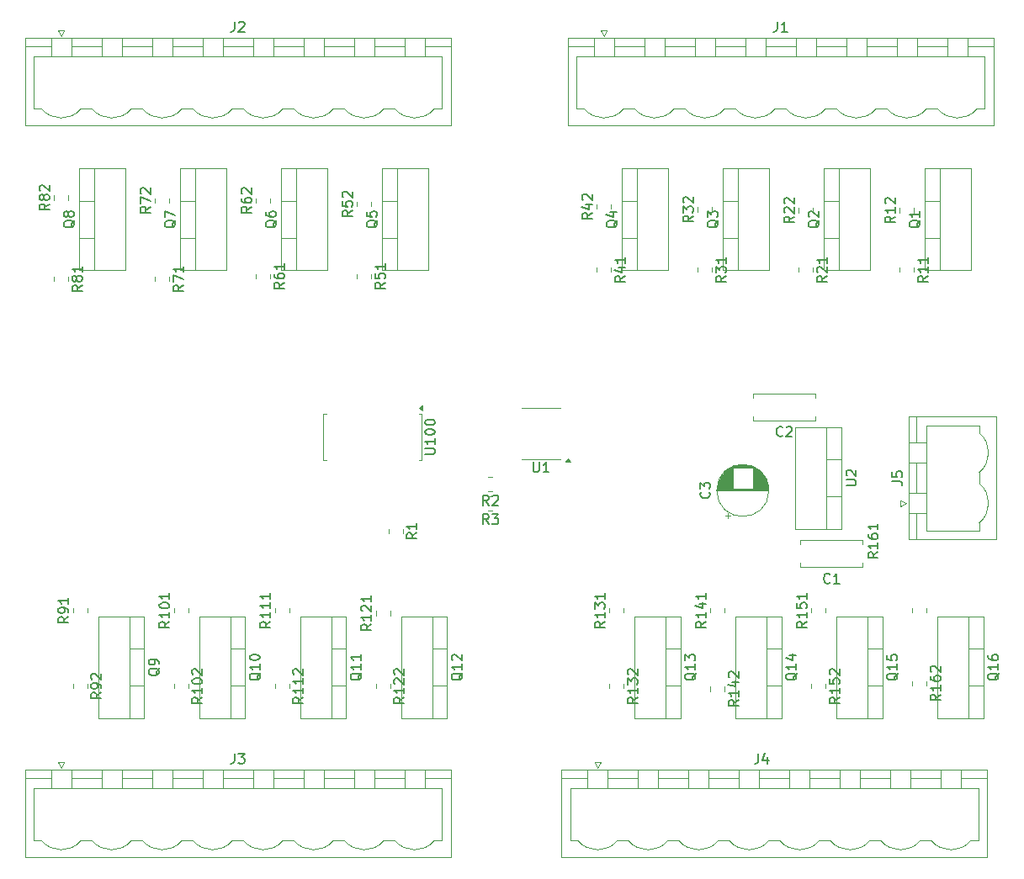
<source format=gbr>
%TF.GenerationSoftware,KiCad,Pcbnew,8.0.5*%
%TF.CreationDate,2024-10-15T20:37:23+02:00*%
%TF.ProjectId,LED_16x24V_REG4_VERSION_B,4c45445f-3136-4783-9234-565f52454734,rev?*%
%TF.SameCoordinates,Original*%
%TF.FileFunction,Legend,Top*%
%TF.FilePolarity,Positive*%
%FSLAX46Y46*%
G04 Gerber Fmt 4.6, Leading zero omitted, Abs format (unit mm)*
G04 Created by KiCad (PCBNEW 8.0.5) date 2024-10-15 20:37:23*
%MOMM*%
%LPD*%
G01*
G04 APERTURE LIST*
%ADD10C,0.150000*%
%ADD11C,0.120000*%
G04 APERTURE END LIST*
D10*
X104974819Y-84740357D02*
X104498628Y-85073690D01*
X104974819Y-85311785D02*
X103974819Y-85311785D01*
X103974819Y-85311785D02*
X103974819Y-84930833D01*
X103974819Y-84930833D02*
X104022438Y-84835595D01*
X104022438Y-84835595D02*
X104070057Y-84787976D01*
X104070057Y-84787976D02*
X104165295Y-84740357D01*
X104165295Y-84740357D02*
X104308152Y-84740357D01*
X104308152Y-84740357D02*
X104403390Y-84787976D01*
X104403390Y-84787976D02*
X104451009Y-84835595D01*
X104451009Y-84835595D02*
X104498628Y-84930833D01*
X104498628Y-84930833D02*
X104498628Y-85311785D01*
X104403390Y-84168928D02*
X104355771Y-84264166D01*
X104355771Y-84264166D02*
X104308152Y-84311785D01*
X104308152Y-84311785D02*
X104212914Y-84359404D01*
X104212914Y-84359404D02*
X104165295Y-84359404D01*
X104165295Y-84359404D02*
X104070057Y-84311785D01*
X104070057Y-84311785D02*
X104022438Y-84264166D01*
X104022438Y-84264166D02*
X103974819Y-84168928D01*
X103974819Y-84168928D02*
X103974819Y-83978452D01*
X103974819Y-83978452D02*
X104022438Y-83883214D01*
X104022438Y-83883214D02*
X104070057Y-83835595D01*
X104070057Y-83835595D02*
X104165295Y-83787976D01*
X104165295Y-83787976D02*
X104212914Y-83787976D01*
X104212914Y-83787976D02*
X104308152Y-83835595D01*
X104308152Y-83835595D02*
X104355771Y-83883214D01*
X104355771Y-83883214D02*
X104403390Y-83978452D01*
X104403390Y-83978452D02*
X104403390Y-84168928D01*
X104403390Y-84168928D02*
X104451009Y-84264166D01*
X104451009Y-84264166D02*
X104498628Y-84311785D01*
X104498628Y-84311785D02*
X104593866Y-84359404D01*
X104593866Y-84359404D02*
X104784342Y-84359404D01*
X104784342Y-84359404D02*
X104879580Y-84311785D01*
X104879580Y-84311785D02*
X104927200Y-84264166D01*
X104927200Y-84264166D02*
X104974819Y-84168928D01*
X104974819Y-84168928D02*
X104974819Y-83978452D01*
X104974819Y-83978452D02*
X104927200Y-83883214D01*
X104927200Y-83883214D02*
X104879580Y-83835595D01*
X104879580Y-83835595D02*
X104784342Y-83787976D01*
X104784342Y-83787976D02*
X104593866Y-83787976D01*
X104593866Y-83787976D02*
X104498628Y-83835595D01*
X104498628Y-83835595D02*
X104451009Y-83883214D01*
X104451009Y-83883214D02*
X104403390Y-83978452D01*
X104974819Y-82835595D02*
X104974819Y-83407023D01*
X104974819Y-83121309D02*
X103974819Y-83121309D01*
X103974819Y-83121309D02*
X104117676Y-83216547D01*
X104117676Y-83216547D02*
X104212914Y-83311785D01*
X104212914Y-83311785D02*
X104260533Y-83407023D01*
X167714819Y-118594047D02*
X167238628Y-118927380D01*
X167714819Y-119165475D02*
X166714819Y-119165475D01*
X166714819Y-119165475D02*
X166714819Y-118784523D01*
X166714819Y-118784523D02*
X166762438Y-118689285D01*
X166762438Y-118689285D02*
X166810057Y-118641666D01*
X166810057Y-118641666D02*
X166905295Y-118594047D01*
X166905295Y-118594047D02*
X167048152Y-118594047D01*
X167048152Y-118594047D02*
X167143390Y-118641666D01*
X167143390Y-118641666D02*
X167191009Y-118689285D01*
X167191009Y-118689285D02*
X167238628Y-118784523D01*
X167238628Y-118784523D02*
X167238628Y-119165475D01*
X167714819Y-117641666D02*
X167714819Y-118213094D01*
X167714819Y-117927380D02*
X166714819Y-117927380D01*
X166714819Y-117927380D02*
X166857676Y-118022618D01*
X166857676Y-118022618D02*
X166952914Y-118117856D01*
X166952914Y-118117856D02*
X167000533Y-118213094D01*
X167048152Y-116784523D02*
X167714819Y-116784523D01*
X166667200Y-117022618D02*
X167381485Y-117260713D01*
X167381485Y-117260713D02*
X167381485Y-116641666D01*
X167714819Y-115736904D02*
X167714819Y-116308332D01*
X167714819Y-116022618D02*
X166714819Y-116022618D01*
X166714819Y-116022618D02*
X166857676Y-116117856D01*
X166857676Y-116117856D02*
X166952914Y-116213094D01*
X166952914Y-116213094D02*
X167000533Y-116308332D01*
X115134819Y-84740357D02*
X114658628Y-85073690D01*
X115134819Y-85311785D02*
X114134819Y-85311785D01*
X114134819Y-85311785D02*
X114134819Y-84930833D01*
X114134819Y-84930833D02*
X114182438Y-84835595D01*
X114182438Y-84835595D02*
X114230057Y-84787976D01*
X114230057Y-84787976D02*
X114325295Y-84740357D01*
X114325295Y-84740357D02*
X114468152Y-84740357D01*
X114468152Y-84740357D02*
X114563390Y-84787976D01*
X114563390Y-84787976D02*
X114611009Y-84835595D01*
X114611009Y-84835595D02*
X114658628Y-84930833D01*
X114658628Y-84930833D02*
X114658628Y-85311785D01*
X114134819Y-84407023D02*
X114134819Y-83740357D01*
X114134819Y-83740357D02*
X115134819Y-84168928D01*
X115134819Y-82835595D02*
X115134819Y-83407023D01*
X115134819Y-83121309D02*
X114134819Y-83121309D01*
X114134819Y-83121309D02*
X114277676Y-83216547D01*
X114277676Y-83216547D02*
X114372914Y-83311785D01*
X114372914Y-83311785D02*
X114420533Y-83407023D01*
X186764819Y-77835357D02*
X186288628Y-78168690D01*
X186764819Y-78406785D02*
X185764819Y-78406785D01*
X185764819Y-78406785D02*
X185764819Y-78025833D01*
X185764819Y-78025833D02*
X185812438Y-77930595D01*
X185812438Y-77930595D02*
X185860057Y-77882976D01*
X185860057Y-77882976D02*
X185955295Y-77835357D01*
X185955295Y-77835357D02*
X186098152Y-77835357D01*
X186098152Y-77835357D02*
X186193390Y-77882976D01*
X186193390Y-77882976D02*
X186241009Y-77930595D01*
X186241009Y-77930595D02*
X186288628Y-78025833D01*
X186288628Y-78025833D02*
X186288628Y-78406785D01*
X186764819Y-76882976D02*
X186764819Y-77454404D01*
X186764819Y-77168690D02*
X185764819Y-77168690D01*
X185764819Y-77168690D02*
X185907676Y-77263928D01*
X185907676Y-77263928D02*
X186002914Y-77359166D01*
X186002914Y-77359166D02*
X186050533Y-77454404D01*
X185860057Y-76502023D02*
X185812438Y-76454404D01*
X185812438Y-76454404D02*
X185764819Y-76359166D01*
X185764819Y-76359166D02*
X185764819Y-76121071D01*
X185764819Y-76121071D02*
X185812438Y-76025833D01*
X185812438Y-76025833D02*
X185860057Y-75978214D01*
X185860057Y-75978214D02*
X185955295Y-75930595D01*
X185955295Y-75930595D02*
X186050533Y-75930595D01*
X186050533Y-75930595D02*
X186193390Y-75978214D01*
X186193390Y-75978214D02*
X186764819Y-76549642D01*
X186764819Y-76549642D02*
X186764819Y-75930595D01*
X169744819Y-83827857D02*
X169268628Y-84161190D01*
X169744819Y-84399285D02*
X168744819Y-84399285D01*
X168744819Y-84399285D02*
X168744819Y-84018333D01*
X168744819Y-84018333D02*
X168792438Y-83923095D01*
X168792438Y-83923095D02*
X168840057Y-83875476D01*
X168840057Y-83875476D02*
X168935295Y-83827857D01*
X168935295Y-83827857D02*
X169078152Y-83827857D01*
X169078152Y-83827857D02*
X169173390Y-83875476D01*
X169173390Y-83875476D02*
X169221009Y-83923095D01*
X169221009Y-83923095D02*
X169268628Y-84018333D01*
X169268628Y-84018333D02*
X169268628Y-84399285D01*
X168744819Y-83494523D02*
X168744819Y-82875476D01*
X168744819Y-82875476D02*
X169125771Y-83208809D01*
X169125771Y-83208809D02*
X169125771Y-83065952D01*
X169125771Y-83065952D02*
X169173390Y-82970714D01*
X169173390Y-82970714D02*
X169221009Y-82923095D01*
X169221009Y-82923095D02*
X169316247Y-82875476D01*
X169316247Y-82875476D02*
X169554342Y-82875476D01*
X169554342Y-82875476D02*
X169649580Y-82923095D01*
X169649580Y-82923095D02*
X169697200Y-82970714D01*
X169697200Y-82970714D02*
X169744819Y-83065952D01*
X169744819Y-83065952D02*
X169744819Y-83351666D01*
X169744819Y-83351666D02*
X169697200Y-83446904D01*
X169697200Y-83446904D02*
X169649580Y-83494523D01*
X169744819Y-81923095D02*
X169744819Y-82494523D01*
X169744819Y-82208809D02*
X168744819Y-82208809D01*
X168744819Y-82208809D02*
X168887676Y-82304047D01*
X168887676Y-82304047D02*
X168982914Y-82399285D01*
X168982914Y-82399285D02*
X169030533Y-82494523D01*
X168059580Y-105556666D02*
X168107200Y-105604285D01*
X168107200Y-105604285D02*
X168154819Y-105747142D01*
X168154819Y-105747142D02*
X168154819Y-105842380D01*
X168154819Y-105842380D02*
X168107200Y-105985237D01*
X168107200Y-105985237D02*
X168011961Y-106080475D01*
X168011961Y-106080475D02*
X167916723Y-106128094D01*
X167916723Y-106128094D02*
X167726247Y-106175713D01*
X167726247Y-106175713D02*
X167583390Y-106175713D01*
X167583390Y-106175713D02*
X167392914Y-106128094D01*
X167392914Y-106128094D02*
X167297676Y-106080475D01*
X167297676Y-106080475D02*
X167202438Y-105985237D01*
X167202438Y-105985237D02*
X167154819Y-105842380D01*
X167154819Y-105842380D02*
X167154819Y-105747142D01*
X167154819Y-105747142D02*
X167202438Y-105604285D01*
X167202438Y-105604285D02*
X167250057Y-105556666D01*
X167154819Y-105223332D02*
X167154819Y-104604285D01*
X167154819Y-104604285D02*
X167535771Y-104937618D01*
X167535771Y-104937618D02*
X167535771Y-104794761D01*
X167535771Y-104794761D02*
X167583390Y-104699523D01*
X167583390Y-104699523D02*
X167631009Y-104651904D01*
X167631009Y-104651904D02*
X167726247Y-104604285D01*
X167726247Y-104604285D02*
X167964342Y-104604285D01*
X167964342Y-104604285D02*
X168059580Y-104651904D01*
X168059580Y-104651904D02*
X168107200Y-104699523D01*
X168107200Y-104699523D02*
X168154819Y-104794761D01*
X168154819Y-104794761D02*
X168154819Y-105080475D01*
X168154819Y-105080475D02*
X168107200Y-105175713D01*
X168107200Y-105175713D02*
X168059580Y-105223332D01*
X173021666Y-131884819D02*
X173021666Y-132599104D01*
X173021666Y-132599104D02*
X172974047Y-132741961D01*
X172974047Y-132741961D02*
X172878809Y-132837200D01*
X172878809Y-132837200D02*
X172735952Y-132884819D01*
X172735952Y-132884819D02*
X172640714Y-132884819D01*
X173926428Y-132218152D02*
X173926428Y-132884819D01*
X173688333Y-131837200D02*
X173450238Y-132551485D01*
X173450238Y-132551485D02*
X174069285Y-132551485D01*
X171014819Y-126491547D02*
X170538628Y-126824880D01*
X171014819Y-127062975D02*
X170014819Y-127062975D01*
X170014819Y-127062975D02*
X170014819Y-126682023D01*
X170014819Y-126682023D02*
X170062438Y-126586785D01*
X170062438Y-126586785D02*
X170110057Y-126539166D01*
X170110057Y-126539166D02*
X170205295Y-126491547D01*
X170205295Y-126491547D02*
X170348152Y-126491547D01*
X170348152Y-126491547D02*
X170443390Y-126539166D01*
X170443390Y-126539166D02*
X170491009Y-126586785D01*
X170491009Y-126586785D02*
X170538628Y-126682023D01*
X170538628Y-126682023D02*
X170538628Y-127062975D01*
X171014819Y-125539166D02*
X171014819Y-126110594D01*
X171014819Y-125824880D02*
X170014819Y-125824880D01*
X170014819Y-125824880D02*
X170157676Y-125920118D01*
X170157676Y-125920118D02*
X170252914Y-126015356D01*
X170252914Y-126015356D02*
X170300533Y-126110594D01*
X170348152Y-124682023D02*
X171014819Y-124682023D01*
X169967200Y-124920118D02*
X170681485Y-125158213D01*
X170681485Y-125158213D02*
X170681485Y-124539166D01*
X170110057Y-124205832D02*
X170062438Y-124158213D01*
X170062438Y-124158213D02*
X170014819Y-124062975D01*
X170014819Y-124062975D02*
X170014819Y-123824880D01*
X170014819Y-123824880D02*
X170062438Y-123729642D01*
X170062438Y-123729642D02*
X170110057Y-123682023D01*
X170110057Y-123682023D02*
X170205295Y-123634404D01*
X170205295Y-123634404D02*
X170300533Y-123634404D01*
X170300533Y-123634404D02*
X170443390Y-123682023D01*
X170443390Y-123682023D02*
X171014819Y-124253451D01*
X171014819Y-124253451D02*
X171014819Y-123634404D01*
X186494819Y-104473333D02*
X187209104Y-104473333D01*
X187209104Y-104473333D02*
X187351961Y-104520952D01*
X187351961Y-104520952D02*
X187447200Y-104616190D01*
X187447200Y-104616190D02*
X187494819Y-104759047D01*
X187494819Y-104759047D02*
X187494819Y-104854285D01*
X186494819Y-103520952D02*
X186494819Y-103997142D01*
X186494819Y-103997142D02*
X186971009Y-104044761D01*
X186971009Y-104044761D02*
X186923390Y-103997142D01*
X186923390Y-103997142D02*
X186875771Y-103901904D01*
X186875771Y-103901904D02*
X186875771Y-103663809D01*
X186875771Y-103663809D02*
X186923390Y-103568571D01*
X186923390Y-103568571D02*
X186971009Y-103520952D01*
X186971009Y-103520952D02*
X187066247Y-103473333D01*
X187066247Y-103473333D02*
X187304342Y-103473333D01*
X187304342Y-103473333D02*
X187399580Y-103520952D01*
X187399580Y-103520952D02*
X187447200Y-103568571D01*
X187447200Y-103568571D02*
X187494819Y-103663809D01*
X187494819Y-103663809D02*
X187494819Y-103901904D01*
X187494819Y-103901904D02*
X187447200Y-103997142D01*
X187447200Y-103997142D02*
X187399580Y-104044761D01*
X113739819Y-118594047D02*
X113263628Y-118927380D01*
X113739819Y-119165475D02*
X112739819Y-119165475D01*
X112739819Y-119165475D02*
X112739819Y-118784523D01*
X112739819Y-118784523D02*
X112787438Y-118689285D01*
X112787438Y-118689285D02*
X112835057Y-118641666D01*
X112835057Y-118641666D02*
X112930295Y-118594047D01*
X112930295Y-118594047D02*
X113073152Y-118594047D01*
X113073152Y-118594047D02*
X113168390Y-118641666D01*
X113168390Y-118641666D02*
X113216009Y-118689285D01*
X113216009Y-118689285D02*
X113263628Y-118784523D01*
X113263628Y-118784523D02*
X113263628Y-119165475D01*
X113739819Y-117641666D02*
X113739819Y-118213094D01*
X113739819Y-117927380D02*
X112739819Y-117927380D01*
X112739819Y-117927380D02*
X112882676Y-118022618D01*
X112882676Y-118022618D02*
X112977914Y-118117856D01*
X112977914Y-118117856D02*
X113025533Y-118213094D01*
X112739819Y-117022618D02*
X112739819Y-116927380D01*
X112739819Y-116927380D02*
X112787438Y-116832142D01*
X112787438Y-116832142D02*
X112835057Y-116784523D01*
X112835057Y-116784523D02*
X112930295Y-116736904D01*
X112930295Y-116736904D02*
X113120771Y-116689285D01*
X113120771Y-116689285D02*
X113358866Y-116689285D01*
X113358866Y-116689285D02*
X113549342Y-116736904D01*
X113549342Y-116736904D02*
X113644580Y-116784523D01*
X113644580Y-116784523D02*
X113692200Y-116832142D01*
X113692200Y-116832142D02*
X113739819Y-116927380D01*
X113739819Y-116927380D02*
X113739819Y-117022618D01*
X113739819Y-117022618D02*
X113692200Y-117117856D01*
X113692200Y-117117856D02*
X113644580Y-117165475D01*
X113644580Y-117165475D02*
X113549342Y-117213094D01*
X113549342Y-117213094D02*
X113358866Y-117260713D01*
X113358866Y-117260713D02*
X113120771Y-117260713D01*
X113120771Y-117260713D02*
X112930295Y-117213094D01*
X112930295Y-117213094D02*
X112835057Y-117165475D01*
X112835057Y-117165475D02*
X112787438Y-117117856D01*
X112787438Y-117117856D02*
X112739819Y-117022618D01*
X113739819Y-115736904D02*
X113739819Y-116308332D01*
X113739819Y-116022618D02*
X112739819Y-116022618D01*
X112739819Y-116022618D02*
X112882676Y-116117856D01*
X112882676Y-116117856D02*
X112977914Y-116213094D01*
X112977914Y-116213094D02*
X113025533Y-116308332D01*
X174926666Y-58224819D02*
X174926666Y-58939104D01*
X174926666Y-58939104D02*
X174879047Y-59081961D01*
X174879047Y-59081961D02*
X174783809Y-59177200D01*
X174783809Y-59177200D02*
X174640952Y-59224819D01*
X174640952Y-59224819D02*
X174545714Y-59224819D01*
X175926666Y-59224819D02*
X175355238Y-59224819D01*
X175640952Y-59224819D02*
X175640952Y-58224819D01*
X175640952Y-58224819D02*
X175545714Y-58367676D01*
X175545714Y-58367676D02*
X175450476Y-58462914D01*
X175450476Y-58462914D02*
X175355238Y-58510533D01*
X197225057Y-123761428D02*
X197177438Y-123856666D01*
X197177438Y-123856666D02*
X197082200Y-123951904D01*
X197082200Y-123951904D02*
X196939342Y-124094761D01*
X196939342Y-124094761D02*
X196891723Y-124189999D01*
X196891723Y-124189999D02*
X196891723Y-124285237D01*
X197129819Y-124237618D02*
X197082200Y-124332856D01*
X197082200Y-124332856D02*
X196986961Y-124428094D01*
X196986961Y-124428094D02*
X196796485Y-124475713D01*
X196796485Y-124475713D02*
X196463152Y-124475713D01*
X196463152Y-124475713D02*
X196272676Y-124428094D01*
X196272676Y-124428094D02*
X196177438Y-124332856D01*
X196177438Y-124332856D02*
X196129819Y-124237618D01*
X196129819Y-124237618D02*
X196129819Y-124047142D01*
X196129819Y-124047142D02*
X196177438Y-123951904D01*
X196177438Y-123951904D02*
X196272676Y-123856666D01*
X196272676Y-123856666D02*
X196463152Y-123809047D01*
X196463152Y-123809047D02*
X196796485Y-123809047D01*
X196796485Y-123809047D02*
X196986961Y-123856666D01*
X196986961Y-123856666D02*
X197082200Y-123951904D01*
X197082200Y-123951904D02*
X197129819Y-124047142D01*
X197129819Y-124047142D02*
X197129819Y-124237618D01*
X197129819Y-122856666D02*
X197129819Y-123428094D01*
X197129819Y-123142380D02*
X196129819Y-123142380D01*
X196129819Y-123142380D02*
X196272676Y-123237618D01*
X196272676Y-123237618D02*
X196367914Y-123332856D01*
X196367914Y-123332856D02*
X196415533Y-123428094D01*
X196129819Y-121999523D02*
X196129819Y-122189999D01*
X196129819Y-122189999D02*
X196177438Y-122285237D01*
X196177438Y-122285237D02*
X196225057Y-122332856D01*
X196225057Y-122332856D02*
X196367914Y-122428094D01*
X196367914Y-122428094D02*
X196558390Y-122475713D01*
X196558390Y-122475713D02*
X196939342Y-122475713D01*
X196939342Y-122475713D02*
X197034580Y-122428094D01*
X197034580Y-122428094D02*
X197082200Y-122380475D01*
X197082200Y-122380475D02*
X197129819Y-122285237D01*
X197129819Y-122285237D02*
X197129819Y-122094761D01*
X197129819Y-122094761D02*
X197082200Y-121999523D01*
X197082200Y-121999523D02*
X197034580Y-121951904D01*
X197034580Y-121951904D02*
X196939342Y-121904285D01*
X196939342Y-121904285D02*
X196701247Y-121904285D01*
X196701247Y-121904285D02*
X196606009Y-121951904D01*
X196606009Y-121951904D02*
X196558390Y-121999523D01*
X196558390Y-121999523D02*
X196510771Y-122094761D01*
X196510771Y-122094761D02*
X196510771Y-122285237D01*
X196510771Y-122285237D02*
X196558390Y-122380475D01*
X196558390Y-122380475D02*
X196606009Y-122428094D01*
X196606009Y-122428094D02*
X196701247Y-122475713D01*
X120316666Y-131884819D02*
X120316666Y-132599104D01*
X120316666Y-132599104D02*
X120269047Y-132741961D01*
X120269047Y-132741961D02*
X120173809Y-132837200D01*
X120173809Y-132837200D02*
X120030952Y-132884819D01*
X120030952Y-132884819D02*
X119935714Y-132884819D01*
X120697619Y-131884819D02*
X121316666Y-131884819D01*
X121316666Y-131884819D02*
X120983333Y-132265771D01*
X120983333Y-132265771D02*
X121126190Y-132265771D01*
X121126190Y-132265771D02*
X121221428Y-132313390D01*
X121221428Y-132313390D02*
X121269047Y-132361009D01*
X121269047Y-132361009D02*
X121316666Y-132456247D01*
X121316666Y-132456247D02*
X121316666Y-132694342D01*
X121316666Y-132694342D02*
X121269047Y-132789580D01*
X121269047Y-132789580D02*
X121221428Y-132837200D01*
X121221428Y-132837200D02*
X121126190Y-132884819D01*
X121126190Y-132884819D02*
X120840476Y-132884819D01*
X120840476Y-132884819D02*
X120745238Y-132837200D01*
X120745238Y-132837200D02*
X120697619Y-132789580D01*
X123899819Y-118594047D02*
X123423628Y-118927380D01*
X123899819Y-119165475D02*
X122899819Y-119165475D01*
X122899819Y-119165475D02*
X122899819Y-118784523D01*
X122899819Y-118784523D02*
X122947438Y-118689285D01*
X122947438Y-118689285D02*
X122995057Y-118641666D01*
X122995057Y-118641666D02*
X123090295Y-118594047D01*
X123090295Y-118594047D02*
X123233152Y-118594047D01*
X123233152Y-118594047D02*
X123328390Y-118641666D01*
X123328390Y-118641666D02*
X123376009Y-118689285D01*
X123376009Y-118689285D02*
X123423628Y-118784523D01*
X123423628Y-118784523D02*
X123423628Y-119165475D01*
X123899819Y-117641666D02*
X123899819Y-118213094D01*
X123899819Y-117927380D02*
X122899819Y-117927380D01*
X122899819Y-117927380D02*
X123042676Y-118022618D01*
X123042676Y-118022618D02*
X123137914Y-118117856D01*
X123137914Y-118117856D02*
X123185533Y-118213094D01*
X123899819Y-116689285D02*
X123899819Y-117260713D01*
X123899819Y-116974999D02*
X122899819Y-116974999D01*
X122899819Y-116974999D02*
X123042676Y-117070237D01*
X123042676Y-117070237D02*
X123137914Y-117165475D01*
X123137914Y-117165475D02*
X123185533Y-117260713D01*
X123899819Y-115736904D02*
X123899819Y-116308332D01*
X123899819Y-116022618D02*
X122899819Y-116022618D01*
X122899819Y-116022618D02*
X123042676Y-116117856D01*
X123042676Y-116117856D02*
X123137914Y-116213094D01*
X123137914Y-116213094D02*
X123185533Y-116308332D01*
X185044819Y-111609047D02*
X184568628Y-111942380D01*
X185044819Y-112180475D02*
X184044819Y-112180475D01*
X184044819Y-112180475D02*
X184044819Y-111799523D01*
X184044819Y-111799523D02*
X184092438Y-111704285D01*
X184092438Y-111704285D02*
X184140057Y-111656666D01*
X184140057Y-111656666D02*
X184235295Y-111609047D01*
X184235295Y-111609047D02*
X184378152Y-111609047D01*
X184378152Y-111609047D02*
X184473390Y-111656666D01*
X184473390Y-111656666D02*
X184521009Y-111704285D01*
X184521009Y-111704285D02*
X184568628Y-111799523D01*
X184568628Y-111799523D02*
X184568628Y-112180475D01*
X185044819Y-110656666D02*
X185044819Y-111228094D01*
X185044819Y-110942380D02*
X184044819Y-110942380D01*
X184044819Y-110942380D02*
X184187676Y-111037618D01*
X184187676Y-111037618D02*
X184282914Y-111132856D01*
X184282914Y-111132856D02*
X184330533Y-111228094D01*
X184044819Y-109799523D02*
X184044819Y-109989999D01*
X184044819Y-109989999D02*
X184092438Y-110085237D01*
X184092438Y-110085237D02*
X184140057Y-110132856D01*
X184140057Y-110132856D02*
X184282914Y-110228094D01*
X184282914Y-110228094D02*
X184473390Y-110275713D01*
X184473390Y-110275713D02*
X184854342Y-110275713D01*
X184854342Y-110275713D02*
X184949580Y-110228094D01*
X184949580Y-110228094D02*
X184997200Y-110180475D01*
X184997200Y-110180475D02*
X185044819Y-110085237D01*
X185044819Y-110085237D02*
X185044819Y-109894761D01*
X185044819Y-109894761D02*
X184997200Y-109799523D01*
X184997200Y-109799523D02*
X184949580Y-109751904D01*
X184949580Y-109751904D02*
X184854342Y-109704285D01*
X184854342Y-109704285D02*
X184616247Y-109704285D01*
X184616247Y-109704285D02*
X184521009Y-109751904D01*
X184521009Y-109751904D02*
X184473390Y-109799523D01*
X184473390Y-109799523D02*
X184425771Y-109894761D01*
X184425771Y-109894761D02*
X184425771Y-110085237D01*
X184425771Y-110085237D02*
X184473390Y-110180475D01*
X184473390Y-110180475D02*
X184521009Y-110228094D01*
X184521009Y-110228094D02*
X184616247Y-110275713D01*
X185044819Y-108751904D02*
X185044819Y-109323332D01*
X185044819Y-109037618D02*
X184044819Y-109037618D01*
X184044819Y-109037618D02*
X184187676Y-109132856D01*
X184187676Y-109132856D02*
X184282914Y-109228094D01*
X184282914Y-109228094D02*
X184330533Y-109323332D01*
X156284819Y-77477857D02*
X155808628Y-77811190D01*
X156284819Y-78049285D02*
X155284819Y-78049285D01*
X155284819Y-78049285D02*
X155284819Y-77668333D01*
X155284819Y-77668333D02*
X155332438Y-77573095D01*
X155332438Y-77573095D02*
X155380057Y-77525476D01*
X155380057Y-77525476D02*
X155475295Y-77477857D01*
X155475295Y-77477857D02*
X155618152Y-77477857D01*
X155618152Y-77477857D02*
X155713390Y-77525476D01*
X155713390Y-77525476D02*
X155761009Y-77573095D01*
X155761009Y-77573095D02*
X155808628Y-77668333D01*
X155808628Y-77668333D02*
X155808628Y-78049285D01*
X155618152Y-76620714D02*
X156284819Y-76620714D01*
X155237200Y-76858809D02*
X155951485Y-77096904D01*
X155951485Y-77096904D02*
X155951485Y-76477857D01*
X155380057Y-76144523D02*
X155332438Y-76096904D01*
X155332438Y-76096904D02*
X155284819Y-76001666D01*
X155284819Y-76001666D02*
X155284819Y-75763571D01*
X155284819Y-75763571D02*
X155332438Y-75668333D01*
X155332438Y-75668333D02*
X155380057Y-75620714D01*
X155380057Y-75620714D02*
X155475295Y-75573095D01*
X155475295Y-75573095D02*
X155570533Y-75573095D01*
X155570533Y-75573095D02*
X155713390Y-75620714D01*
X155713390Y-75620714D02*
X156284819Y-76192142D01*
X156284819Y-76192142D02*
X156284819Y-75573095D01*
X132154819Y-77200357D02*
X131678628Y-77533690D01*
X132154819Y-77771785D02*
X131154819Y-77771785D01*
X131154819Y-77771785D02*
X131154819Y-77390833D01*
X131154819Y-77390833D02*
X131202438Y-77295595D01*
X131202438Y-77295595D02*
X131250057Y-77247976D01*
X131250057Y-77247976D02*
X131345295Y-77200357D01*
X131345295Y-77200357D02*
X131488152Y-77200357D01*
X131488152Y-77200357D02*
X131583390Y-77247976D01*
X131583390Y-77247976D02*
X131631009Y-77295595D01*
X131631009Y-77295595D02*
X131678628Y-77390833D01*
X131678628Y-77390833D02*
X131678628Y-77771785D01*
X131154819Y-76295595D02*
X131154819Y-76771785D01*
X131154819Y-76771785D02*
X131631009Y-76819404D01*
X131631009Y-76819404D02*
X131583390Y-76771785D01*
X131583390Y-76771785D02*
X131535771Y-76676547D01*
X131535771Y-76676547D02*
X131535771Y-76438452D01*
X131535771Y-76438452D02*
X131583390Y-76343214D01*
X131583390Y-76343214D02*
X131631009Y-76295595D01*
X131631009Y-76295595D02*
X131726247Y-76247976D01*
X131726247Y-76247976D02*
X131964342Y-76247976D01*
X131964342Y-76247976D02*
X132059580Y-76295595D01*
X132059580Y-76295595D02*
X132107200Y-76343214D01*
X132107200Y-76343214D02*
X132154819Y-76438452D01*
X132154819Y-76438452D02*
X132154819Y-76676547D01*
X132154819Y-76676547D02*
X132107200Y-76771785D01*
X132107200Y-76771785D02*
X132059580Y-76819404D01*
X131250057Y-75867023D02*
X131202438Y-75819404D01*
X131202438Y-75819404D02*
X131154819Y-75724166D01*
X131154819Y-75724166D02*
X131154819Y-75486071D01*
X131154819Y-75486071D02*
X131202438Y-75390833D01*
X131202438Y-75390833D02*
X131250057Y-75343214D01*
X131250057Y-75343214D02*
X131345295Y-75295595D01*
X131345295Y-75295595D02*
X131440533Y-75295595D01*
X131440533Y-75295595D02*
X131583390Y-75343214D01*
X131583390Y-75343214D02*
X132154819Y-75914642D01*
X132154819Y-75914642D02*
X132154819Y-75295595D01*
X133090057Y-123761428D02*
X133042438Y-123856666D01*
X133042438Y-123856666D02*
X132947200Y-123951904D01*
X132947200Y-123951904D02*
X132804342Y-124094761D01*
X132804342Y-124094761D02*
X132756723Y-124189999D01*
X132756723Y-124189999D02*
X132756723Y-124285237D01*
X132994819Y-124237618D02*
X132947200Y-124332856D01*
X132947200Y-124332856D02*
X132851961Y-124428094D01*
X132851961Y-124428094D02*
X132661485Y-124475713D01*
X132661485Y-124475713D02*
X132328152Y-124475713D01*
X132328152Y-124475713D02*
X132137676Y-124428094D01*
X132137676Y-124428094D02*
X132042438Y-124332856D01*
X132042438Y-124332856D02*
X131994819Y-124237618D01*
X131994819Y-124237618D02*
X131994819Y-124047142D01*
X131994819Y-124047142D02*
X132042438Y-123951904D01*
X132042438Y-123951904D02*
X132137676Y-123856666D01*
X132137676Y-123856666D02*
X132328152Y-123809047D01*
X132328152Y-123809047D02*
X132661485Y-123809047D01*
X132661485Y-123809047D02*
X132851961Y-123856666D01*
X132851961Y-123856666D02*
X132947200Y-123951904D01*
X132947200Y-123951904D02*
X132994819Y-124047142D01*
X132994819Y-124047142D02*
X132994819Y-124237618D01*
X132994819Y-122856666D02*
X132994819Y-123428094D01*
X132994819Y-123142380D02*
X131994819Y-123142380D01*
X131994819Y-123142380D02*
X132137676Y-123237618D01*
X132137676Y-123237618D02*
X132232914Y-123332856D01*
X132232914Y-123332856D02*
X132280533Y-123428094D01*
X132994819Y-121904285D02*
X132994819Y-122475713D01*
X132994819Y-122189999D02*
X131994819Y-122189999D01*
X131994819Y-122189999D02*
X132137676Y-122285237D01*
X132137676Y-122285237D02*
X132232914Y-122380475D01*
X132232914Y-122380475D02*
X132280533Y-122475713D01*
X114390057Y-78200238D02*
X114342438Y-78295476D01*
X114342438Y-78295476D02*
X114247200Y-78390714D01*
X114247200Y-78390714D02*
X114104342Y-78533571D01*
X114104342Y-78533571D02*
X114056723Y-78628809D01*
X114056723Y-78628809D02*
X114056723Y-78724047D01*
X114294819Y-78676428D02*
X114247200Y-78771666D01*
X114247200Y-78771666D02*
X114151961Y-78866904D01*
X114151961Y-78866904D02*
X113961485Y-78914523D01*
X113961485Y-78914523D02*
X113628152Y-78914523D01*
X113628152Y-78914523D02*
X113437676Y-78866904D01*
X113437676Y-78866904D02*
X113342438Y-78771666D01*
X113342438Y-78771666D02*
X113294819Y-78676428D01*
X113294819Y-78676428D02*
X113294819Y-78485952D01*
X113294819Y-78485952D02*
X113342438Y-78390714D01*
X113342438Y-78390714D02*
X113437676Y-78295476D01*
X113437676Y-78295476D02*
X113628152Y-78247857D01*
X113628152Y-78247857D02*
X113961485Y-78247857D01*
X113961485Y-78247857D02*
X114151961Y-78295476D01*
X114151961Y-78295476D02*
X114247200Y-78390714D01*
X114247200Y-78390714D02*
X114294819Y-78485952D01*
X114294819Y-78485952D02*
X114294819Y-78676428D01*
X113294819Y-77914523D02*
X113294819Y-77247857D01*
X113294819Y-77247857D02*
X114294819Y-77676428D01*
X177874819Y-118594047D02*
X177398628Y-118927380D01*
X177874819Y-119165475D02*
X176874819Y-119165475D01*
X176874819Y-119165475D02*
X176874819Y-118784523D01*
X176874819Y-118784523D02*
X176922438Y-118689285D01*
X176922438Y-118689285D02*
X176970057Y-118641666D01*
X176970057Y-118641666D02*
X177065295Y-118594047D01*
X177065295Y-118594047D02*
X177208152Y-118594047D01*
X177208152Y-118594047D02*
X177303390Y-118641666D01*
X177303390Y-118641666D02*
X177351009Y-118689285D01*
X177351009Y-118689285D02*
X177398628Y-118784523D01*
X177398628Y-118784523D02*
X177398628Y-119165475D01*
X177874819Y-117641666D02*
X177874819Y-118213094D01*
X177874819Y-117927380D02*
X176874819Y-117927380D01*
X176874819Y-117927380D02*
X177017676Y-118022618D01*
X177017676Y-118022618D02*
X177112914Y-118117856D01*
X177112914Y-118117856D02*
X177160533Y-118213094D01*
X176874819Y-116736904D02*
X176874819Y-117213094D01*
X176874819Y-117213094D02*
X177351009Y-117260713D01*
X177351009Y-117260713D02*
X177303390Y-117213094D01*
X177303390Y-117213094D02*
X177255771Y-117117856D01*
X177255771Y-117117856D02*
X177255771Y-116879761D01*
X177255771Y-116879761D02*
X177303390Y-116784523D01*
X177303390Y-116784523D02*
X177351009Y-116736904D01*
X177351009Y-116736904D02*
X177446247Y-116689285D01*
X177446247Y-116689285D02*
X177684342Y-116689285D01*
X177684342Y-116689285D02*
X177779580Y-116736904D01*
X177779580Y-116736904D02*
X177827200Y-116784523D01*
X177827200Y-116784523D02*
X177874819Y-116879761D01*
X177874819Y-116879761D02*
X177874819Y-117117856D01*
X177874819Y-117117856D02*
X177827200Y-117213094D01*
X177827200Y-117213094D02*
X177779580Y-117260713D01*
X177874819Y-115736904D02*
X177874819Y-116308332D01*
X177874819Y-116022618D02*
X176874819Y-116022618D01*
X176874819Y-116022618D02*
X177017676Y-116117856D01*
X177017676Y-116117856D02*
X177112914Y-116213094D01*
X177112914Y-116213094D02*
X177160533Y-116308332D01*
X191334819Y-125936547D02*
X190858628Y-126269880D01*
X191334819Y-126507975D02*
X190334819Y-126507975D01*
X190334819Y-126507975D02*
X190334819Y-126127023D01*
X190334819Y-126127023D02*
X190382438Y-126031785D01*
X190382438Y-126031785D02*
X190430057Y-125984166D01*
X190430057Y-125984166D02*
X190525295Y-125936547D01*
X190525295Y-125936547D02*
X190668152Y-125936547D01*
X190668152Y-125936547D02*
X190763390Y-125984166D01*
X190763390Y-125984166D02*
X190811009Y-126031785D01*
X190811009Y-126031785D02*
X190858628Y-126127023D01*
X190858628Y-126127023D02*
X190858628Y-126507975D01*
X191334819Y-124984166D02*
X191334819Y-125555594D01*
X191334819Y-125269880D02*
X190334819Y-125269880D01*
X190334819Y-125269880D02*
X190477676Y-125365118D01*
X190477676Y-125365118D02*
X190572914Y-125460356D01*
X190572914Y-125460356D02*
X190620533Y-125555594D01*
X190334819Y-124127023D02*
X190334819Y-124317499D01*
X190334819Y-124317499D02*
X190382438Y-124412737D01*
X190382438Y-124412737D02*
X190430057Y-124460356D01*
X190430057Y-124460356D02*
X190572914Y-124555594D01*
X190572914Y-124555594D02*
X190763390Y-124603213D01*
X190763390Y-124603213D02*
X191144342Y-124603213D01*
X191144342Y-124603213D02*
X191239580Y-124555594D01*
X191239580Y-124555594D02*
X191287200Y-124507975D01*
X191287200Y-124507975D02*
X191334819Y-124412737D01*
X191334819Y-124412737D02*
X191334819Y-124222261D01*
X191334819Y-124222261D02*
X191287200Y-124127023D01*
X191287200Y-124127023D02*
X191239580Y-124079404D01*
X191239580Y-124079404D02*
X191144342Y-124031785D01*
X191144342Y-124031785D02*
X190906247Y-124031785D01*
X190906247Y-124031785D02*
X190811009Y-124079404D01*
X190811009Y-124079404D02*
X190763390Y-124127023D01*
X190763390Y-124127023D02*
X190715771Y-124222261D01*
X190715771Y-124222261D02*
X190715771Y-124412737D01*
X190715771Y-124412737D02*
X190763390Y-124507975D01*
X190763390Y-124507975D02*
X190811009Y-124555594D01*
X190811009Y-124555594D02*
X190906247Y-124603213D01*
X190430057Y-123650832D02*
X190382438Y-123603213D01*
X190382438Y-123603213D02*
X190334819Y-123507975D01*
X190334819Y-123507975D02*
X190334819Y-123269880D01*
X190334819Y-123269880D02*
X190382438Y-123174642D01*
X190382438Y-123174642D02*
X190430057Y-123127023D01*
X190430057Y-123127023D02*
X190525295Y-123079404D01*
X190525295Y-123079404D02*
X190620533Y-123079404D01*
X190620533Y-123079404D02*
X190763390Y-123127023D01*
X190763390Y-123127023D02*
X191334819Y-123698451D01*
X191334819Y-123698451D02*
X191334819Y-123079404D01*
X137359819Y-126214047D02*
X136883628Y-126547380D01*
X137359819Y-126785475D02*
X136359819Y-126785475D01*
X136359819Y-126785475D02*
X136359819Y-126404523D01*
X136359819Y-126404523D02*
X136407438Y-126309285D01*
X136407438Y-126309285D02*
X136455057Y-126261666D01*
X136455057Y-126261666D02*
X136550295Y-126214047D01*
X136550295Y-126214047D02*
X136693152Y-126214047D01*
X136693152Y-126214047D02*
X136788390Y-126261666D01*
X136788390Y-126261666D02*
X136836009Y-126309285D01*
X136836009Y-126309285D02*
X136883628Y-126404523D01*
X136883628Y-126404523D02*
X136883628Y-126785475D01*
X137359819Y-125261666D02*
X137359819Y-125833094D01*
X137359819Y-125547380D02*
X136359819Y-125547380D01*
X136359819Y-125547380D02*
X136502676Y-125642618D01*
X136502676Y-125642618D02*
X136597914Y-125737856D01*
X136597914Y-125737856D02*
X136645533Y-125833094D01*
X136455057Y-124880713D02*
X136407438Y-124833094D01*
X136407438Y-124833094D02*
X136359819Y-124737856D01*
X136359819Y-124737856D02*
X136359819Y-124499761D01*
X136359819Y-124499761D02*
X136407438Y-124404523D01*
X136407438Y-124404523D02*
X136455057Y-124356904D01*
X136455057Y-124356904D02*
X136550295Y-124309285D01*
X136550295Y-124309285D02*
X136645533Y-124309285D01*
X136645533Y-124309285D02*
X136788390Y-124356904D01*
X136788390Y-124356904D02*
X137359819Y-124928332D01*
X137359819Y-124928332D02*
X137359819Y-124309285D01*
X136455057Y-123928332D02*
X136407438Y-123880713D01*
X136407438Y-123880713D02*
X136359819Y-123785475D01*
X136359819Y-123785475D02*
X136359819Y-123547380D01*
X136359819Y-123547380D02*
X136407438Y-123452142D01*
X136407438Y-123452142D02*
X136455057Y-123404523D01*
X136455057Y-123404523D02*
X136550295Y-123356904D01*
X136550295Y-123356904D02*
X136645533Y-123356904D01*
X136645533Y-123356904D02*
X136788390Y-123404523D01*
X136788390Y-123404523D02*
X137359819Y-123975951D01*
X137359819Y-123975951D02*
X137359819Y-123356904D01*
X127199819Y-126214047D02*
X126723628Y-126547380D01*
X127199819Y-126785475D02*
X126199819Y-126785475D01*
X126199819Y-126785475D02*
X126199819Y-126404523D01*
X126199819Y-126404523D02*
X126247438Y-126309285D01*
X126247438Y-126309285D02*
X126295057Y-126261666D01*
X126295057Y-126261666D02*
X126390295Y-126214047D01*
X126390295Y-126214047D02*
X126533152Y-126214047D01*
X126533152Y-126214047D02*
X126628390Y-126261666D01*
X126628390Y-126261666D02*
X126676009Y-126309285D01*
X126676009Y-126309285D02*
X126723628Y-126404523D01*
X126723628Y-126404523D02*
X126723628Y-126785475D01*
X127199819Y-125261666D02*
X127199819Y-125833094D01*
X127199819Y-125547380D02*
X126199819Y-125547380D01*
X126199819Y-125547380D02*
X126342676Y-125642618D01*
X126342676Y-125642618D02*
X126437914Y-125737856D01*
X126437914Y-125737856D02*
X126485533Y-125833094D01*
X127199819Y-124309285D02*
X127199819Y-124880713D01*
X127199819Y-124594999D02*
X126199819Y-124594999D01*
X126199819Y-124594999D02*
X126342676Y-124690237D01*
X126342676Y-124690237D02*
X126437914Y-124785475D01*
X126437914Y-124785475D02*
X126485533Y-124880713D01*
X126295057Y-123928332D02*
X126247438Y-123880713D01*
X126247438Y-123880713D02*
X126199819Y-123785475D01*
X126199819Y-123785475D02*
X126199819Y-123547380D01*
X126199819Y-123547380D02*
X126247438Y-123452142D01*
X126247438Y-123452142D02*
X126295057Y-123404523D01*
X126295057Y-123404523D02*
X126390295Y-123356904D01*
X126390295Y-123356904D02*
X126485533Y-123356904D01*
X126485533Y-123356904D02*
X126628390Y-123404523D01*
X126628390Y-123404523D02*
X127199819Y-123975951D01*
X127199819Y-123975951D02*
X127199819Y-123356904D01*
X159584819Y-83827857D02*
X159108628Y-84161190D01*
X159584819Y-84399285D02*
X158584819Y-84399285D01*
X158584819Y-84399285D02*
X158584819Y-84018333D01*
X158584819Y-84018333D02*
X158632438Y-83923095D01*
X158632438Y-83923095D02*
X158680057Y-83875476D01*
X158680057Y-83875476D02*
X158775295Y-83827857D01*
X158775295Y-83827857D02*
X158918152Y-83827857D01*
X158918152Y-83827857D02*
X159013390Y-83875476D01*
X159013390Y-83875476D02*
X159061009Y-83923095D01*
X159061009Y-83923095D02*
X159108628Y-84018333D01*
X159108628Y-84018333D02*
X159108628Y-84399285D01*
X158918152Y-82970714D02*
X159584819Y-82970714D01*
X158537200Y-83208809D02*
X159251485Y-83446904D01*
X159251485Y-83446904D02*
X159251485Y-82827857D01*
X159584819Y-81923095D02*
X159584819Y-82494523D01*
X159584819Y-82208809D02*
X158584819Y-82208809D01*
X158584819Y-82208809D02*
X158727676Y-82304047D01*
X158727676Y-82304047D02*
X158822914Y-82399285D01*
X158822914Y-82399285D02*
X158870533Y-82494523D01*
X124550057Y-78200238D02*
X124502438Y-78295476D01*
X124502438Y-78295476D02*
X124407200Y-78390714D01*
X124407200Y-78390714D02*
X124264342Y-78533571D01*
X124264342Y-78533571D02*
X124216723Y-78628809D01*
X124216723Y-78628809D02*
X124216723Y-78724047D01*
X124454819Y-78676428D02*
X124407200Y-78771666D01*
X124407200Y-78771666D02*
X124311961Y-78866904D01*
X124311961Y-78866904D02*
X124121485Y-78914523D01*
X124121485Y-78914523D02*
X123788152Y-78914523D01*
X123788152Y-78914523D02*
X123597676Y-78866904D01*
X123597676Y-78866904D02*
X123502438Y-78771666D01*
X123502438Y-78771666D02*
X123454819Y-78676428D01*
X123454819Y-78676428D02*
X123454819Y-78485952D01*
X123454819Y-78485952D02*
X123502438Y-78390714D01*
X123502438Y-78390714D02*
X123597676Y-78295476D01*
X123597676Y-78295476D02*
X123788152Y-78247857D01*
X123788152Y-78247857D02*
X124121485Y-78247857D01*
X124121485Y-78247857D02*
X124311961Y-78295476D01*
X124311961Y-78295476D02*
X124407200Y-78390714D01*
X124407200Y-78390714D02*
X124454819Y-78485952D01*
X124454819Y-78485952D02*
X124454819Y-78676428D01*
X123454819Y-77390714D02*
X123454819Y-77581190D01*
X123454819Y-77581190D02*
X123502438Y-77676428D01*
X123502438Y-77676428D02*
X123550057Y-77724047D01*
X123550057Y-77724047D02*
X123692914Y-77819285D01*
X123692914Y-77819285D02*
X123883390Y-77866904D01*
X123883390Y-77866904D02*
X124264342Y-77866904D01*
X124264342Y-77866904D02*
X124359580Y-77819285D01*
X124359580Y-77819285D02*
X124407200Y-77771666D01*
X124407200Y-77771666D02*
X124454819Y-77676428D01*
X124454819Y-77676428D02*
X124454819Y-77485952D01*
X124454819Y-77485952D02*
X124407200Y-77390714D01*
X124407200Y-77390714D02*
X124359580Y-77343095D01*
X124359580Y-77343095D02*
X124264342Y-77295476D01*
X124264342Y-77295476D02*
X124026247Y-77295476D01*
X124026247Y-77295476D02*
X123931009Y-77343095D01*
X123931009Y-77343095D02*
X123883390Y-77390714D01*
X123883390Y-77390714D02*
X123835771Y-77485952D01*
X123835771Y-77485952D02*
X123835771Y-77676428D01*
X123835771Y-77676428D02*
X123883390Y-77771666D01*
X123883390Y-77771666D02*
X123931009Y-77819285D01*
X123931009Y-77819285D02*
X124026247Y-77866904D01*
X160854819Y-126214047D02*
X160378628Y-126547380D01*
X160854819Y-126785475D02*
X159854819Y-126785475D01*
X159854819Y-126785475D02*
X159854819Y-126404523D01*
X159854819Y-126404523D02*
X159902438Y-126309285D01*
X159902438Y-126309285D02*
X159950057Y-126261666D01*
X159950057Y-126261666D02*
X160045295Y-126214047D01*
X160045295Y-126214047D02*
X160188152Y-126214047D01*
X160188152Y-126214047D02*
X160283390Y-126261666D01*
X160283390Y-126261666D02*
X160331009Y-126309285D01*
X160331009Y-126309285D02*
X160378628Y-126404523D01*
X160378628Y-126404523D02*
X160378628Y-126785475D01*
X160854819Y-125261666D02*
X160854819Y-125833094D01*
X160854819Y-125547380D02*
X159854819Y-125547380D01*
X159854819Y-125547380D02*
X159997676Y-125642618D01*
X159997676Y-125642618D02*
X160092914Y-125737856D01*
X160092914Y-125737856D02*
X160140533Y-125833094D01*
X159854819Y-124928332D02*
X159854819Y-124309285D01*
X159854819Y-124309285D02*
X160235771Y-124642618D01*
X160235771Y-124642618D02*
X160235771Y-124499761D01*
X160235771Y-124499761D02*
X160283390Y-124404523D01*
X160283390Y-124404523D02*
X160331009Y-124356904D01*
X160331009Y-124356904D02*
X160426247Y-124309285D01*
X160426247Y-124309285D02*
X160664342Y-124309285D01*
X160664342Y-124309285D02*
X160759580Y-124356904D01*
X160759580Y-124356904D02*
X160807200Y-124404523D01*
X160807200Y-124404523D02*
X160854819Y-124499761D01*
X160854819Y-124499761D02*
X160854819Y-124785475D01*
X160854819Y-124785475D02*
X160807200Y-124880713D01*
X160807200Y-124880713D02*
X160759580Y-124928332D01*
X159950057Y-123928332D02*
X159902438Y-123880713D01*
X159902438Y-123880713D02*
X159854819Y-123785475D01*
X159854819Y-123785475D02*
X159854819Y-123547380D01*
X159854819Y-123547380D02*
X159902438Y-123452142D01*
X159902438Y-123452142D02*
X159950057Y-123404523D01*
X159950057Y-123404523D02*
X160045295Y-123356904D01*
X160045295Y-123356904D02*
X160140533Y-123356904D01*
X160140533Y-123356904D02*
X160283390Y-123404523D01*
X160283390Y-123404523D02*
X160854819Y-123975951D01*
X160854819Y-123975951D02*
X160854819Y-123356904D01*
X134710057Y-78200238D02*
X134662438Y-78295476D01*
X134662438Y-78295476D02*
X134567200Y-78390714D01*
X134567200Y-78390714D02*
X134424342Y-78533571D01*
X134424342Y-78533571D02*
X134376723Y-78628809D01*
X134376723Y-78628809D02*
X134376723Y-78724047D01*
X134614819Y-78676428D02*
X134567200Y-78771666D01*
X134567200Y-78771666D02*
X134471961Y-78866904D01*
X134471961Y-78866904D02*
X134281485Y-78914523D01*
X134281485Y-78914523D02*
X133948152Y-78914523D01*
X133948152Y-78914523D02*
X133757676Y-78866904D01*
X133757676Y-78866904D02*
X133662438Y-78771666D01*
X133662438Y-78771666D02*
X133614819Y-78676428D01*
X133614819Y-78676428D02*
X133614819Y-78485952D01*
X133614819Y-78485952D02*
X133662438Y-78390714D01*
X133662438Y-78390714D02*
X133757676Y-78295476D01*
X133757676Y-78295476D02*
X133948152Y-78247857D01*
X133948152Y-78247857D02*
X134281485Y-78247857D01*
X134281485Y-78247857D02*
X134471961Y-78295476D01*
X134471961Y-78295476D02*
X134567200Y-78390714D01*
X134567200Y-78390714D02*
X134614819Y-78485952D01*
X134614819Y-78485952D02*
X134614819Y-78676428D01*
X133614819Y-77343095D02*
X133614819Y-77819285D01*
X133614819Y-77819285D02*
X134091009Y-77866904D01*
X134091009Y-77866904D02*
X134043390Y-77819285D01*
X134043390Y-77819285D02*
X133995771Y-77724047D01*
X133995771Y-77724047D02*
X133995771Y-77485952D01*
X133995771Y-77485952D02*
X134043390Y-77390714D01*
X134043390Y-77390714D02*
X134091009Y-77343095D01*
X134091009Y-77343095D02*
X134186247Y-77295476D01*
X134186247Y-77295476D02*
X134424342Y-77295476D01*
X134424342Y-77295476D02*
X134519580Y-77343095D01*
X134519580Y-77343095D02*
X134567200Y-77390714D01*
X134567200Y-77390714D02*
X134614819Y-77485952D01*
X134614819Y-77485952D02*
X134614819Y-77724047D01*
X134614819Y-77724047D02*
X134567200Y-77819285D01*
X134567200Y-77819285D02*
X134519580Y-77866904D01*
X111834819Y-76842857D02*
X111358628Y-77176190D01*
X111834819Y-77414285D02*
X110834819Y-77414285D01*
X110834819Y-77414285D02*
X110834819Y-77033333D01*
X110834819Y-77033333D02*
X110882438Y-76938095D01*
X110882438Y-76938095D02*
X110930057Y-76890476D01*
X110930057Y-76890476D02*
X111025295Y-76842857D01*
X111025295Y-76842857D02*
X111168152Y-76842857D01*
X111168152Y-76842857D02*
X111263390Y-76890476D01*
X111263390Y-76890476D02*
X111311009Y-76938095D01*
X111311009Y-76938095D02*
X111358628Y-77033333D01*
X111358628Y-77033333D02*
X111358628Y-77414285D01*
X110834819Y-76509523D02*
X110834819Y-75842857D01*
X110834819Y-75842857D02*
X111834819Y-76271428D01*
X110930057Y-75509523D02*
X110882438Y-75461904D01*
X110882438Y-75461904D02*
X110834819Y-75366666D01*
X110834819Y-75366666D02*
X110834819Y-75128571D01*
X110834819Y-75128571D02*
X110882438Y-75033333D01*
X110882438Y-75033333D02*
X110930057Y-74985714D01*
X110930057Y-74985714D02*
X111025295Y-74938095D01*
X111025295Y-74938095D02*
X111120533Y-74938095D01*
X111120533Y-74938095D02*
X111263390Y-74985714D01*
X111263390Y-74985714D02*
X111834819Y-75557142D01*
X111834819Y-75557142D02*
X111834819Y-74938095D01*
X145883333Y-108784819D02*
X145550000Y-108308628D01*
X145311905Y-108784819D02*
X145311905Y-107784819D01*
X145311905Y-107784819D02*
X145692857Y-107784819D01*
X145692857Y-107784819D02*
X145788095Y-107832438D01*
X145788095Y-107832438D02*
X145835714Y-107880057D01*
X145835714Y-107880057D02*
X145883333Y-107975295D01*
X145883333Y-107975295D02*
X145883333Y-108118152D01*
X145883333Y-108118152D02*
X145835714Y-108213390D01*
X145835714Y-108213390D02*
X145788095Y-108261009D01*
X145788095Y-108261009D02*
X145692857Y-108308628D01*
X145692857Y-108308628D02*
X145311905Y-108308628D01*
X146216667Y-107784819D02*
X146835714Y-107784819D01*
X146835714Y-107784819D02*
X146502381Y-108165771D01*
X146502381Y-108165771D02*
X146645238Y-108165771D01*
X146645238Y-108165771D02*
X146740476Y-108213390D01*
X146740476Y-108213390D02*
X146788095Y-108261009D01*
X146788095Y-108261009D02*
X146835714Y-108356247D01*
X146835714Y-108356247D02*
X146835714Y-108594342D01*
X146835714Y-108594342D02*
X146788095Y-108689580D01*
X146788095Y-108689580D02*
X146740476Y-108737200D01*
X146740476Y-108737200D02*
X146645238Y-108784819D01*
X146645238Y-108784819D02*
X146359524Y-108784819D01*
X146359524Y-108784819D02*
X146264286Y-108737200D01*
X146264286Y-108737200D02*
X146216667Y-108689580D01*
X181174819Y-126214047D02*
X180698628Y-126547380D01*
X181174819Y-126785475D02*
X180174819Y-126785475D01*
X180174819Y-126785475D02*
X180174819Y-126404523D01*
X180174819Y-126404523D02*
X180222438Y-126309285D01*
X180222438Y-126309285D02*
X180270057Y-126261666D01*
X180270057Y-126261666D02*
X180365295Y-126214047D01*
X180365295Y-126214047D02*
X180508152Y-126214047D01*
X180508152Y-126214047D02*
X180603390Y-126261666D01*
X180603390Y-126261666D02*
X180651009Y-126309285D01*
X180651009Y-126309285D02*
X180698628Y-126404523D01*
X180698628Y-126404523D02*
X180698628Y-126785475D01*
X181174819Y-125261666D02*
X181174819Y-125833094D01*
X181174819Y-125547380D02*
X180174819Y-125547380D01*
X180174819Y-125547380D02*
X180317676Y-125642618D01*
X180317676Y-125642618D02*
X180412914Y-125737856D01*
X180412914Y-125737856D02*
X180460533Y-125833094D01*
X180174819Y-124356904D02*
X180174819Y-124833094D01*
X180174819Y-124833094D02*
X180651009Y-124880713D01*
X180651009Y-124880713D02*
X180603390Y-124833094D01*
X180603390Y-124833094D02*
X180555771Y-124737856D01*
X180555771Y-124737856D02*
X180555771Y-124499761D01*
X180555771Y-124499761D02*
X180603390Y-124404523D01*
X180603390Y-124404523D02*
X180651009Y-124356904D01*
X180651009Y-124356904D02*
X180746247Y-124309285D01*
X180746247Y-124309285D02*
X180984342Y-124309285D01*
X180984342Y-124309285D02*
X181079580Y-124356904D01*
X181079580Y-124356904D02*
X181127200Y-124404523D01*
X181127200Y-124404523D02*
X181174819Y-124499761D01*
X181174819Y-124499761D02*
X181174819Y-124737856D01*
X181174819Y-124737856D02*
X181127200Y-124833094D01*
X181127200Y-124833094D02*
X181079580Y-124880713D01*
X180270057Y-123928332D02*
X180222438Y-123880713D01*
X180222438Y-123880713D02*
X180174819Y-123785475D01*
X180174819Y-123785475D02*
X180174819Y-123547380D01*
X180174819Y-123547380D02*
X180222438Y-123452142D01*
X180222438Y-123452142D02*
X180270057Y-123404523D01*
X180270057Y-123404523D02*
X180365295Y-123356904D01*
X180365295Y-123356904D02*
X180460533Y-123356904D01*
X180460533Y-123356904D02*
X180603390Y-123404523D01*
X180603390Y-123404523D02*
X181174819Y-123975951D01*
X181174819Y-123975951D02*
X181174819Y-123356904D01*
X121994819Y-76842857D02*
X121518628Y-77176190D01*
X121994819Y-77414285D02*
X120994819Y-77414285D01*
X120994819Y-77414285D02*
X120994819Y-77033333D01*
X120994819Y-77033333D02*
X121042438Y-76938095D01*
X121042438Y-76938095D02*
X121090057Y-76890476D01*
X121090057Y-76890476D02*
X121185295Y-76842857D01*
X121185295Y-76842857D02*
X121328152Y-76842857D01*
X121328152Y-76842857D02*
X121423390Y-76890476D01*
X121423390Y-76890476D02*
X121471009Y-76938095D01*
X121471009Y-76938095D02*
X121518628Y-77033333D01*
X121518628Y-77033333D02*
X121518628Y-77414285D01*
X120994819Y-75985714D02*
X120994819Y-76176190D01*
X120994819Y-76176190D02*
X121042438Y-76271428D01*
X121042438Y-76271428D02*
X121090057Y-76319047D01*
X121090057Y-76319047D02*
X121232914Y-76414285D01*
X121232914Y-76414285D02*
X121423390Y-76461904D01*
X121423390Y-76461904D02*
X121804342Y-76461904D01*
X121804342Y-76461904D02*
X121899580Y-76414285D01*
X121899580Y-76414285D02*
X121947200Y-76366666D01*
X121947200Y-76366666D02*
X121994819Y-76271428D01*
X121994819Y-76271428D02*
X121994819Y-76080952D01*
X121994819Y-76080952D02*
X121947200Y-75985714D01*
X121947200Y-75985714D02*
X121899580Y-75938095D01*
X121899580Y-75938095D02*
X121804342Y-75890476D01*
X121804342Y-75890476D02*
X121566247Y-75890476D01*
X121566247Y-75890476D02*
X121471009Y-75938095D01*
X121471009Y-75938095D02*
X121423390Y-75985714D01*
X121423390Y-75985714D02*
X121375771Y-76080952D01*
X121375771Y-76080952D02*
X121375771Y-76271428D01*
X121375771Y-76271428D02*
X121423390Y-76366666D01*
X121423390Y-76366666D02*
X121471009Y-76414285D01*
X121471009Y-76414285D02*
X121566247Y-76461904D01*
X121090057Y-75509523D02*
X121042438Y-75461904D01*
X121042438Y-75461904D02*
X120994819Y-75366666D01*
X120994819Y-75366666D02*
X120994819Y-75128571D01*
X120994819Y-75128571D02*
X121042438Y-75033333D01*
X121042438Y-75033333D02*
X121090057Y-74985714D01*
X121090057Y-74985714D02*
X121185295Y-74938095D01*
X121185295Y-74938095D02*
X121280533Y-74938095D01*
X121280533Y-74938095D02*
X121423390Y-74985714D01*
X121423390Y-74985714D02*
X121994819Y-75557142D01*
X121994819Y-75557142D02*
X121994819Y-74938095D01*
X120316666Y-58224819D02*
X120316666Y-58939104D01*
X120316666Y-58939104D02*
X120269047Y-59081961D01*
X120269047Y-59081961D02*
X120173809Y-59177200D01*
X120173809Y-59177200D02*
X120030952Y-59224819D01*
X120030952Y-59224819D02*
X119935714Y-59224819D01*
X120745238Y-58320057D02*
X120792857Y-58272438D01*
X120792857Y-58272438D02*
X120888095Y-58224819D01*
X120888095Y-58224819D02*
X121126190Y-58224819D01*
X121126190Y-58224819D02*
X121221428Y-58272438D01*
X121221428Y-58272438D02*
X121269047Y-58320057D01*
X121269047Y-58320057D02*
X121316666Y-58415295D01*
X121316666Y-58415295D02*
X121316666Y-58510533D01*
X121316666Y-58510533D02*
X121269047Y-58653390D01*
X121269047Y-58653390D02*
X120697619Y-59224819D01*
X120697619Y-59224819D02*
X121316666Y-59224819D01*
X190064819Y-83827857D02*
X189588628Y-84161190D01*
X190064819Y-84399285D02*
X189064819Y-84399285D01*
X189064819Y-84399285D02*
X189064819Y-84018333D01*
X189064819Y-84018333D02*
X189112438Y-83923095D01*
X189112438Y-83923095D02*
X189160057Y-83875476D01*
X189160057Y-83875476D02*
X189255295Y-83827857D01*
X189255295Y-83827857D02*
X189398152Y-83827857D01*
X189398152Y-83827857D02*
X189493390Y-83875476D01*
X189493390Y-83875476D02*
X189541009Y-83923095D01*
X189541009Y-83923095D02*
X189588628Y-84018333D01*
X189588628Y-84018333D02*
X189588628Y-84399285D01*
X190064819Y-82875476D02*
X190064819Y-83446904D01*
X190064819Y-83161190D02*
X189064819Y-83161190D01*
X189064819Y-83161190D02*
X189207676Y-83256428D01*
X189207676Y-83256428D02*
X189302914Y-83351666D01*
X189302914Y-83351666D02*
X189350533Y-83446904D01*
X190064819Y-81923095D02*
X190064819Y-82494523D01*
X190064819Y-82208809D02*
X189064819Y-82208809D01*
X189064819Y-82208809D02*
X189207676Y-82304047D01*
X189207676Y-82304047D02*
X189302914Y-82399285D01*
X189302914Y-82399285D02*
X189350533Y-82494523D01*
X189320057Y-78200238D02*
X189272438Y-78295476D01*
X189272438Y-78295476D02*
X189177200Y-78390714D01*
X189177200Y-78390714D02*
X189034342Y-78533571D01*
X189034342Y-78533571D02*
X188986723Y-78628809D01*
X188986723Y-78628809D02*
X188986723Y-78724047D01*
X189224819Y-78676428D02*
X189177200Y-78771666D01*
X189177200Y-78771666D02*
X189081961Y-78866904D01*
X189081961Y-78866904D02*
X188891485Y-78914523D01*
X188891485Y-78914523D02*
X188558152Y-78914523D01*
X188558152Y-78914523D02*
X188367676Y-78866904D01*
X188367676Y-78866904D02*
X188272438Y-78771666D01*
X188272438Y-78771666D02*
X188224819Y-78676428D01*
X188224819Y-78676428D02*
X188224819Y-78485952D01*
X188224819Y-78485952D02*
X188272438Y-78390714D01*
X188272438Y-78390714D02*
X188367676Y-78295476D01*
X188367676Y-78295476D02*
X188558152Y-78247857D01*
X188558152Y-78247857D02*
X188891485Y-78247857D01*
X188891485Y-78247857D02*
X189081961Y-78295476D01*
X189081961Y-78295476D02*
X189177200Y-78390714D01*
X189177200Y-78390714D02*
X189224819Y-78485952D01*
X189224819Y-78485952D02*
X189224819Y-78676428D01*
X189224819Y-77295476D02*
X189224819Y-77866904D01*
X189224819Y-77581190D02*
X188224819Y-77581190D01*
X188224819Y-77581190D02*
X188367676Y-77676428D01*
X188367676Y-77676428D02*
X188462914Y-77771666D01*
X188462914Y-77771666D02*
X188510533Y-77866904D01*
X104230057Y-78200238D02*
X104182438Y-78295476D01*
X104182438Y-78295476D02*
X104087200Y-78390714D01*
X104087200Y-78390714D02*
X103944342Y-78533571D01*
X103944342Y-78533571D02*
X103896723Y-78628809D01*
X103896723Y-78628809D02*
X103896723Y-78724047D01*
X104134819Y-78676428D02*
X104087200Y-78771666D01*
X104087200Y-78771666D02*
X103991961Y-78866904D01*
X103991961Y-78866904D02*
X103801485Y-78914523D01*
X103801485Y-78914523D02*
X103468152Y-78914523D01*
X103468152Y-78914523D02*
X103277676Y-78866904D01*
X103277676Y-78866904D02*
X103182438Y-78771666D01*
X103182438Y-78771666D02*
X103134819Y-78676428D01*
X103134819Y-78676428D02*
X103134819Y-78485952D01*
X103134819Y-78485952D02*
X103182438Y-78390714D01*
X103182438Y-78390714D02*
X103277676Y-78295476D01*
X103277676Y-78295476D02*
X103468152Y-78247857D01*
X103468152Y-78247857D02*
X103801485Y-78247857D01*
X103801485Y-78247857D02*
X103991961Y-78295476D01*
X103991961Y-78295476D02*
X104087200Y-78390714D01*
X104087200Y-78390714D02*
X104134819Y-78485952D01*
X104134819Y-78485952D02*
X104134819Y-78676428D01*
X103563390Y-77676428D02*
X103515771Y-77771666D01*
X103515771Y-77771666D02*
X103468152Y-77819285D01*
X103468152Y-77819285D02*
X103372914Y-77866904D01*
X103372914Y-77866904D02*
X103325295Y-77866904D01*
X103325295Y-77866904D02*
X103230057Y-77819285D01*
X103230057Y-77819285D02*
X103182438Y-77771666D01*
X103182438Y-77771666D02*
X103134819Y-77676428D01*
X103134819Y-77676428D02*
X103134819Y-77485952D01*
X103134819Y-77485952D02*
X103182438Y-77390714D01*
X103182438Y-77390714D02*
X103230057Y-77343095D01*
X103230057Y-77343095D02*
X103325295Y-77295476D01*
X103325295Y-77295476D02*
X103372914Y-77295476D01*
X103372914Y-77295476D02*
X103468152Y-77343095D01*
X103468152Y-77343095D02*
X103515771Y-77390714D01*
X103515771Y-77390714D02*
X103563390Y-77485952D01*
X103563390Y-77485952D02*
X103563390Y-77676428D01*
X103563390Y-77676428D02*
X103611009Y-77771666D01*
X103611009Y-77771666D02*
X103658628Y-77819285D01*
X103658628Y-77819285D02*
X103753866Y-77866904D01*
X103753866Y-77866904D02*
X103944342Y-77866904D01*
X103944342Y-77866904D02*
X104039580Y-77819285D01*
X104039580Y-77819285D02*
X104087200Y-77771666D01*
X104087200Y-77771666D02*
X104134819Y-77676428D01*
X104134819Y-77676428D02*
X104134819Y-77485952D01*
X104134819Y-77485952D02*
X104087200Y-77390714D01*
X104087200Y-77390714D02*
X104039580Y-77343095D01*
X104039580Y-77343095D02*
X103944342Y-77295476D01*
X103944342Y-77295476D02*
X103753866Y-77295476D01*
X103753866Y-77295476D02*
X103658628Y-77343095D01*
X103658628Y-77343095D02*
X103611009Y-77390714D01*
X103611009Y-77390714D02*
X103563390Y-77485952D01*
X117039819Y-126214047D02*
X116563628Y-126547380D01*
X117039819Y-126785475D02*
X116039819Y-126785475D01*
X116039819Y-126785475D02*
X116039819Y-126404523D01*
X116039819Y-126404523D02*
X116087438Y-126309285D01*
X116087438Y-126309285D02*
X116135057Y-126261666D01*
X116135057Y-126261666D02*
X116230295Y-126214047D01*
X116230295Y-126214047D02*
X116373152Y-126214047D01*
X116373152Y-126214047D02*
X116468390Y-126261666D01*
X116468390Y-126261666D02*
X116516009Y-126309285D01*
X116516009Y-126309285D02*
X116563628Y-126404523D01*
X116563628Y-126404523D02*
X116563628Y-126785475D01*
X117039819Y-125261666D02*
X117039819Y-125833094D01*
X117039819Y-125547380D02*
X116039819Y-125547380D01*
X116039819Y-125547380D02*
X116182676Y-125642618D01*
X116182676Y-125642618D02*
X116277914Y-125737856D01*
X116277914Y-125737856D02*
X116325533Y-125833094D01*
X116039819Y-124642618D02*
X116039819Y-124547380D01*
X116039819Y-124547380D02*
X116087438Y-124452142D01*
X116087438Y-124452142D02*
X116135057Y-124404523D01*
X116135057Y-124404523D02*
X116230295Y-124356904D01*
X116230295Y-124356904D02*
X116420771Y-124309285D01*
X116420771Y-124309285D02*
X116658866Y-124309285D01*
X116658866Y-124309285D02*
X116849342Y-124356904D01*
X116849342Y-124356904D02*
X116944580Y-124404523D01*
X116944580Y-124404523D02*
X116992200Y-124452142D01*
X116992200Y-124452142D02*
X117039819Y-124547380D01*
X117039819Y-124547380D02*
X117039819Y-124642618D01*
X117039819Y-124642618D02*
X116992200Y-124737856D01*
X116992200Y-124737856D02*
X116944580Y-124785475D01*
X116944580Y-124785475D02*
X116849342Y-124833094D01*
X116849342Y-124833094D02*
X116658866Y-124880713D01*
X116658866Y-124880713D02*
X116420771Y-124880713D01*
X116420771Y-124880713D02*
X116230295Y-124833094D01*
X116230295Y-124833094D02*
X116135057Y-124785475D01*
X116135057Y-124785475D02*
X116087438Y-124737856D01*
X116087438Y-124737856D02*
X116039819Y-124642618D01*
X116135057Y-123928332D02*
X116087438Y-123880713D01*
X116087438Y-123880713D02*
X116039819Y-123785475D01*
X116039819Y-123785475D02*
X116039819Y-123547380D01*
X116039819Y-123547380D02*
X116087438Y-123452142D01*
X116087438Y-123452142D02*
X116135057Y-123404523D01*
X116135057Y-123404523D02*
X116230295Y-123356904D01*
X116230295Y-123356904D02*
X116325533Y-123356904D01*
X116325533Y-123356904D02*
X116468390Y-123404523D01*
X116468390Y-123404523D02*
X117039819Y-123975951D01*
X117039819Y-123975951D02*
X117039819Y-123356904D01*
X134059819Y-118871547D02*
X133583628Y-119204880D01*
X134059819Y-119442975D02*
X133059819Y-119442975D01*
X133059819Y-119442975D02*
X133059819Y-119062023D01*
X133059819Y-119062023D02*
X133107438Y-118966785D01*
X133107438Y-118966785D02*
X133155057Y-118919166D01*
X133155057Y-118919166D02*
X133250295Y-118871547D01*
X133250295Y-118871547D02*
X133393152Y-118871547D01*
X133393152Y-118871547D02*
X133488390Y-118919166D01*
X133488390Y-118919166D02*
X133536009Y-118966785D01*
X133536009Y-118966785D02*
X133583628Y-119062023D01*
X133583628Y-119062023D02*
X133583628Y-119442975D01*
X134059819Y-117919166D02*
X134059819Y-118490594D01*
X134059819Y-118204880D02*
X133059819Y-118204880D01*
X133059819Y-118204880D02*
X133202676Y-118300118D01*
X133202676Y-118300118D02*
X133297914Y-118395356D01*
X133297914Y-118395356D02*
X133345533Y-118490594D01*
X133155057Y-117538213D02*
X133107438Y-117490594D01*
X133107438Y-117490594D02*
X133059819Y-117395356D01*
X133059819Y-117395356D02*
X133059819Y-117157261D01*
X133059819Y-117157261D02*
X133107438Y-117062023D01*
X133107438Y-117062023D02*
X133155057Y-117014404D01*
X133155057Y-117014404D02*
X133250295Y-116966785D01*
X133250295Y-116966785D02*
X133345533Y-116966785D01*
X133345533Y-116966785D02*
X133488390Y-117014404D01*
X133488390Y-117014404D02*
X134059819Y-117585832D01*
X134059819Y-117585832D02*
X134059819Y-116966785D01*
X134059819Y-116014404D02*
X134059819Y-116585832D01*
X134059819Y-116300118D02*
X133059819Y-116300118D01*
X133059819Y-116300118D02*
X133202676Y-116395356D01*
X133202676Y-116395356D02*
X133297914Y-116490594D01*
X133297914Y-116490594D02*
X133345533Y-116585832D01*
X139459819Y-101731785D02*
X140269342Y-101731785D01*
X140269342Y-101731785D02*
X140364580Y-101684166D01*
X140364580Y-101684166D02*
X140412200Y-101636547D01*
X140412200Y-101636547D02*
X140459819Y-101541309D01*
X140459819Y-101541309D02*
X140459819Y-101350833D01*
X140459819Y-101350833D02*
X140412200Y-101255595D01*
X140412200Y-101255595D02*
X140364580Y-101207976D01*
X140364580Y-101207976D02*
X140269342Y-101160357D01*
X140269342Y-101160357D02*
X139459819Y-101160357D01*
X140459819Y-100160357D02*
X140459819Y-100731785D01*
X140459819Y-100446071D02*
X139459819Y-100446071D01*
X139459819Y-100446071D02*
X139602676Y-100541309D01*
X139602676Y-100541309D02*
X139697914Y-100636547D01*
X139697914Y-100636547D02*
X139745533Y-100731785D01*
X139459819Y-99541309D02*
X139459819Y-99446071D01*
X139459819Y-99446071D02*
X139507438Y-99350833D01*
X139507438Y-99350833D02*
X139555057Y-99303214D01*
X139555057Y-99303214D02*
X139650295Y-99255595D01*
X139650295Y-99255595D02*
X139840771Y-99207976D01*
X139840771Y-99207976D02*
X140078866Y-99207976D01*
X140078866Y-99207976D02*
X140269342Y-99255595D01*
X140269342Y-99255595D02*
X140364580Y-99303214D01*
X140364580Y-99303214D02*
X140412200Y-99350833D01*
X140412200Y-99350833D02*
X140459819Y-99446071D01*
X140459819Y-99446071D02*
X140459819Y-99541309D01*
X140459819Y-99541309D02*
X140412200Y-99636547D01*
X140412200Y-99636547D02*
X140364580Y-99684166D01*
X140364580Y-99684166D02*
X140269342Y-99731785D01*
X140269342Y-99731785D02*
X140078866Y-99779404D01*
X140078866Y-99779404D02*
X139840771Y-99779404D01*
X139840771Y-99779404D02*
X139650295Y-99731785D01*
X139650295Y-99731785D02*
X139555057Y-99684166D01*
X139555057Y-99684166D02*
X139507438Y-99636547D01*
X139507438Y-99636547D02*
X139459819Y-99541309D01*
X139459819Y-98588928D02*
X139459819Y-98493690D01*
X139459819Y-98493690D02*
X139507438Y-98398452D01*
X139507438Y-98398452D02*
X139555057Y-98350833D01*
X139555057Y-98350833D02*
X139650295Y-98303214D01*
X139650295Y-98303214D02*
X139840771Y-98255595D01*
X139840771Y-98255595D02*
X140078866Y-98255595D01*
X140078866Y-98255595D02*
X140269342Y-98303214D01*
X140269342Y-98303214D02*
X140364580Y-98350833D01*
X140364580Y-98350833D02*
X140412200Y-98398452D01*
X140412200Y-98398452D02*
X140459819Y-98493690D01*
X140459819Y-98493690D02*
X140459819Y-98588928D01*
X140459819Y-98588928D02*
X140412200Y-98684166D01*
X140412200Y-98684166D02*
X140364580Y-98731785D01*
X140364580Y-98731785D02*
X140269342Y-98779404D01*
X140269342Y-98779404D02*
X140078866Y-98827023D01*
X140078866Y-98827023D02*
X139840771Y-98827023D01*
X139840771Y-98827023D02*
X139650295Y-98779404D01*
X139650295Y-98779404D02*
X139555057Y-98731785D01*
X139555057Y-98731785D02*
X139507438Y-98684166D01*
X139507438Y-98684166D02*
X139459819Y-98588928D01*
X135454819Y-84462857D02*
X134978628Y-84796190D01*
X135454819Y-85034285D02*
X134454819Y-85034285D01*
X134454819Y-85034285D02*
X134454819Y-84653333D01*
X134454819Y-84653333D02*
X134502438Y-84558095D01*
X134502438Y-84558095D02*
X134550057Y-84510476D01*
X134550057Y-84510476D02*
X134645295Y-84462857D01*
X134645295Y-84462857D02*
X134788152Y-84462857D01*
X134788152Y-84462857D02*
X134883390Y-84510476D01*
X134883390Y-84510476D02*
X134931009Y-84558095D01*
X134931009Y-84558095D02*
X134978628Y-84653333D01*
X134978628Y-84653333D02*
X134978628Y-85034285D01*
X134454819Y-83558095D02*
X134454819Y-84034285D01*
X134454819Y-84034285D02*
X134931009Y-84081904D01*
X134931009Y-84081904D02*
X134883390Y-84034285D01*
X134883390Y-84034285D02*
X134835771Y-83939047D01*
X134835771Y-83939047D02*
X134835771Y-83700952D01*
X134835771Y-83700952D02*
X134883390Y-83605714D01*
X134883390Y-83605714D02*
X134931009Y-83558095D01*
X134931009Y-83558095D02*
X135026247Y-83510476D01*
X135026247Y-83510476D02*
X135264342Y-83510476D01*
X135264342Y-83510476D02*
X135359580Y-83558095D01*
X135359580Y-83558095D02*
X135407200Y-83605714D01*
X135407200Y-83605714D02*
X135454819Y-83700952D01*
X135454819Y-83700952D02*
X135454819Y-83939047D01*
X135454819Y-83939047D02*
X135407200Y-84034285D01*
X135407200Y-84034285D02*
X135359580Y-84081904D01*
X135454819Y-82558095D02*
X135454819Y-83129523D01*
X135454819Y-82843809D02*
X134454819Y-82843809D01*
X134454819Y-82843809D02*
X134597676Y-82939047D01*
X134597676Y-82939047D02*
X134692914Y-83034285D01*
X134692914Y-83034285D02*
X134740533Y-83129523D01*
X106879819Y-125737857D02*
X106403628Y-126071190D01*
X106879819Y-126309285D02*
X105879819Y-126309285D01*
X105879819Y-126309285D02*
X105879819Y-125928333D01*
X105879819Y-125928333D02*
X105927438Y-125833095D01*
X105927438Y-125833095D02*
X105975057Y-125785476D01*
X105975057Y-125785476D02*
X106070295Y-125737857D01*
X106070295Y-125737857D02*
X106213152Y-125737857D01*
X106213152Y-125737857D02*
X106308390Y-125785476D01*
X106308390Y-125785476D02*
X106356009Y-125833095D01*
X106356009Y-125833095D02*
X106403628Y-125928333D01*
X106403628Y-125928333D02*
X106403628Y-126309285D01*
X106879819Y-125261666D02*
X106879819Y-125071190D01*
X106879819Y-125071190D02*
X106832200Y-124975952D01*
X106832200Y-124975952D02*
X106784580Y-124928333D01*
X106784580Y-124928333D02*
X106641723Y-124833095D01*
X106641723Y-124833095D02*
X106451247Y-124785476D01*
X106451247Y-124785476D02*
X106070295Y-124785476D01*
X106070295Y-124785476D02*
X105975057Y-124833095D01*
X105975057Y-124833095D02*
X105927438Y-124880714D01*
X105927438Y-124880714D02*
X105879819Y-124975952D01*
X105879819Y-124975952D02*
X105879819Y-125166428D01*
X105879819Y-125166428D02*
X105927438Y-125261666D01*
X105927438Y-125261666D02*
X105975057Y-125309285D01*
X105975057Y-125309285D02*
X106070295Y-125356904D01*
X106070295Y-125356904D02*
X106308390Y-125356904D01*
X106308390Y-125356904D02*
X106403628Y-125309285D01*
X106403628Y-125309285D02*
X106451247Y-125261666D01*
X106451247Y-125261666D02*
X106498866Y-125166428D01*
X106498866Y-125166428D02*
X106498866Y-124975952D01*
X106498866Y-124975952D02*
X106451247Y-124880714D01*
X106451247Y-124880714D02*
X106403628Y-124833095D01*
X106403628Y-124833095D02*
X106308390Y-124785476D01*
X105975057Y-124404523D02*
X105927438Y-124356904D01*
X105927438Y-124356904D02*
X105879819Y-124261666D01*
X105879819Y-124261666D02*
X105879819Y-124023571D01*
X105879819Y-124023571D02*
X105927438Y-123928333D01*
X105927438Y-123928333D02*
X105975057Y-123880714D01*
X105975057Y-123880714D02*
X106070295Y-123833095D01*
X106070295Y-123833095D02*
X106165533Y-123833095D01*
X106165533Y-123833095D02*
X106308390Y-123880714D01*
X106308390Y-123880714D02*
X106879819Y-124452142D01*
X106879819Y-124452142D02*
X106879819Y-123833095D01*
X158840057Y-78200238D02*
X158792438Y-78295476D01*
X158792438Y-78295476D02*
X158697200Y-78390714D01*
X158697200Y-78390714D02*
X158554342Y-78533571D01*
X158554342Y-78533571D02*
X158506723Y-78628809D01*
X158506723Y-78628809D02*
X158506723Y-78724047D01*
X158744819Y-78676428D02*
X158697200Y-78771666D01*
X158697200Y-78771666D02*
X158601961Y-78866904D01*
X158601961Y-78866904D02*
X158411485Y-78914523D01*
X158411485Y-78914523D02*
X158078152Y-78914523D01*
X158078152Y-78914523D02*
X157887676Y-78866904D01*
X157887676Y-78866904D02*
X157792438Y-78771666D01*
X157792438Y-78771666D02*
X157744819Y-78676428D01*
X157744819Y-78676428D02*
X157744819Y-78485952D01*
X157744819Y-78485952D02*
X157792438Y-78390714D01*
X157792438Y-78390714D02*
X157887676Y-78295476D01*
X157887676Y-78295476D02*
X158078152Y-78247857D01*
X158078152Y-78247857D02*
X158411485Y-78247857D01*
X158411485Y-78247857D02*
X158601961Y-78295476D01*
X158601961Y-78295476D02*
X158697200Y-78390714D01*
X158697200Y-78390714D02*
X158744819Y-78485952D01*
X158744819Y-78485952D02*
X158744819Y-78676428D01*
X158078152Y-77390714D02*
X158744819Y-77390714D01*
X157697200Y-77628809D02*
X158411485Y-77866904D01*
X158411485Y-77866904D02*
X158411485Y-77247857D01*
X179904819Y-83827857D02*
X179428628Y-84161190D01*
X179904819Y-84399285D02*
X178904819Y-84399285D01*
X178904819Y-84399285D02*
X178904819Y-84018333D01*
X178904819Y-84018333D02*
X178952438Y-83923095D01*
X178952438Y-83923095D02*
X179000057Y-83875476D01*
X179000057Y-83875476D02*
X179095295Y-83827857D01*
X179095295Y-83827857D02*
X179238152Y-83827857D01*
X179238152Y-83827857D02*
X179333390Y-83875476D01*
X179333390Y-83875476D02*
X179381009Y-83923095D01*
X179381009Y-83923095D02*
X179428628Y-84018333D01*
X179428628Y-84018333D02*
X179428628Y-84399285D01*
X179000057Y-83446904D02*
X178952438Y-83399285D01*
X178952438Y-83399285D02*
X178904819Y-83304047D01*
X178904819Y-83304047D02*
X178904819Y-83065952D01*
X178904819Y-83065952D02*
X178952438Y-82970714D01*
X178952438Y-82970714D02*
X179000057Y-82923095D01*
X179000057Y-82923095D02*
X179095295Y-82875476D01*
X179095295Y-82875476D02*
X179190533Y-82875476D01*
X179190533Y-82875476D02*
X179333390Y-82923095D01*
X179333390Y-82923095D02*
X179904819Y-83494523D01*
X179904819Y-83494523D02*
X179904819Y-82875476D01*
X179904819Y-81923095D02*
X179904819Y-82494523D01*
X179904819Y-82208809D02*
X178904819Y-82208809D01*
X178904819Y-82208809D02*
X179047676Y-82304047D01*
X179047676Y-82304047D02*
X179142914Y-82399285D01*
X179142914Y-82399285D02*
X179190533Y-82494523D01*
X138629819Y-109664166D02*
X138153628Y-109997499D01*
X138629819Y-110235594D02*
X137629819Y-110235594D01*
X137629819Y-110235594D02*
X137629819Y-109854642D01*
X137629819Y-109854642D02*
X137677438Y-109759404D01*
X137677438Y-109759404D02*
X137725057Y-109711785D01*
X137725057Y-109711785D02*
X137820295Y-109664166D01*
X137820295Y-109664166D02*
X137963152Y-109664166D01*
X137963152Y-109664166D02*
X138058390Y-109711785D01*
X138058390Y-109711785D02*
X138106009Y-109759404D01*
X138106009Y-109759404D02*
X138153628Y-109854642D01*
X138153628Y-109854642D02*
X138153628Y-110235594D01*
X138629819Y-108711785D02*
X138629819Y-109283213D01*
X138629819Y-108997499D02*
X137629819Y-108997499D01*
X137629819Y-108997499D02*
X137772676Y-109092737D01*
X137772676Y-109092737D02*
X137867914Y-109187975D01*
X137867914Y-109187975D02*
X137915533Y-109283213D01*
X122930057Y-123761428D02*
X122882438Y-123856666D01*
X122882438Y-123856666D02*
X122787200Y-123951904D01*
X122787200Y-123951904D02*
X122644342Y-124094761D01*
X122644342Y-124094761D02*
X122596723Y-124189999D01*
X122596723Y-124189999D02*
X122596723Y-124285237D01*
X122834819Y-124237618D02*
X122787200Y-124332856D01*
X122787200Y-124332856D02*
X122691961Y-124428094D01*
X122691961Y-124428094D02*
X122501485Y-124475713D01*
X122501485Y-124475713D02*
X122168152Y-124475713D01*
X122168152Y-124475713D02*
X121977676Y-124428094D01*
X121977676Y-124428094D02*
X121882438Y-124332856D01*
X121882438Y-124332856D02*
X121834819Y-124237618D01*
X121834819Y-124237618D02*
X121834819Y-124047142D01*
X121834819Y-124047142D02*
X121882438Y-123951904D01*
X121882438Y-123951904D02*
X121977676Y-123856666D01*
X121977676Y-123856666D02*
X122168152Y-123809047D01*
X122168152Y-123809047D02*
X122501485Y-123809047D01*
X122501485Y-123809047D02*
X122691961Y-123856666D01*
X122691961Y-123856666D02*
X122787200Y-123951904D01*
X122787200Y-123951904D02*
X122834819Y-124047142D01*
X122834819Y-124047142D02*
X122834819Y-124237618D01*
X122834819Y-122856666D02*
X122834819Y-123428094D01*
X122834819Y-123142380D02*
X121834819Y-123142380D01*
X121834819Y-123142380D02*
X121977676Y-123237618D01*
X121977676Y-123237618D02*
X122072914Y-123332856D01*
X122072914Y-123332856D02*
X122120533Y-123428094D01*
X121834819Y-122237618D02*
X121834819Y-122142380D01*
X121834819Y-122142380D02*
X121882438Y-122047142D01*
X121882438Y-122047142D02*
X121930057Y-121999523D01*
X121930057Y-121999523D02*
X122025295Y-121951904D01*
X122025295Y-121951904D02*
X122215771Y-121904285D01*
X122215771Y-121904285D02*
X122453866Y-121904285D01*
X122453866Y-121904285D02*
X122644342Y-121951904D01*
X122644342Y-121951904D02*
X122739580Y-121999523D01*
X122739580Y-121999523D02*
X122787200Y-122047142D01*
X122787200Y-122047142D02*
X122834819Y-122142380D01*
X122834819Y-122142380D02*
X122834819Y-122237618D01*
X122834819Y-122237618D02*
X122787200Y-122332856D01*
X122787200Y-122332856D02*
X122739580Y-122380475D01*
X122739580Y-122380475D02*
X122644342Y-122428094D01*
X122644342Y-122428094D02*
X122453866Y-122475713D01*
X122453866Y-122475713D02*
X122215771Y-122475713D01*
X122215771Y-122475713D02*
X122025295Y-122428094D01*
X122025295Y-122428094D02*
X121930057Y-122380475D01*
X121930057Y-122380475D02*
X121882438Y-122332856D01*
X121882438Y-122332856D02*
X121834819Y-122237618D01*
X176905057Y-123761428D02*
X176857438Y-123856666D01*
X176857438Y-123856666D02*
X176762200Y-123951904D01*
X176762200Y-123951904D02*
X176619342Y-124094761D01*
X176619342Y-124094761D02*
X176571723Y-124189999D01*
X176571723Y-124189999D02*
X176571723Y-124285237D01*
X176809819Y-124237618D02*
X176762200Y-124332856D01*
X176762200Y-124332856D02*
X176666961Y-124428094D01*
X176666961Y-124428094D02*
X176476485Y-124475713D01*
X176476485Y-124475713D02*
X176143152Y-124475713D01*
X176143152Y-124475713D02*
X175952676Y-124428094D01*
X175952676Y-124428094D02*
X175857438Y-124332856D01*
X175857438Y-124332856D02*
X175809819Y-124237618D01*
X175809819Y-124237618D02*
X175809819Y-124047142D01*
X175809819Y-124047142D02*
X175857438Y-123951904D01*
X175857438Y-123951904D02*
X175952676Y-123856666D01*
X175952676Y-123856666D02*
X176143152Y-123809047D01*
X176143152Y-123809047D02*
X176476485Y-123809047D01*
X176476485Y-123809047D02*
X176666961Y-123856666D01*
X176666961Y-123856666D02*
X176762200Y-123951904D01*
X176762200Y-123951904D02*
X176809819Y-124047142D01*
X176809819Y-124047142D02*
X176809819Y-124237618D01*
X176809819Y-122856666D02*
X176809819Y-123428094D01*
X176809819Y-123142380D02*
X175809819Y-123142380D01*
X175809819Y-123142380D02*
X175952676Y-123237618D01*
X175952676Y-123237618D02*
X176047914Y-123332856D01*
X176047914Y-123332856D02*
X176095533Y-123428094D01*
X176143152Y-121999523D02*
X176809819Y-121999523D01*
X175762200Y-122237618D02*
X176476485Y-122475713D01*
X176476485Y-122475713D02*
X176476485Y-121856666D01*
X166444819Y-77755357D02*
X165968628Y-78088690D01*
X166444819Y-78326785D02*
X165444819Y-78326785D01*
X165444819Y-78326785D02*
X165444819Y-77945833D01*
X165444819Y-77945833D02*
X165492438Y-77850595D01*
X165492438Y-77850595D02*
X165540057Y-77802976D01*
X165540057Y-77802976D02*
X165635295Y-77755357D01*
X165635295Y-77755357D02*
X165778152Y-77755357D01*
X165778152Y-77755357D02*
X165873390Y-77802976D01*
X165873390Y-77802976D02*
X165921009Y-77850595D01*
X165921009Y-77850595D02*
X165968628Y-77945833D01*
X165968628Y-77945833D02*
X165968628Y-78326785D01*
X165444819Y-77422023D02*
X165444819Y-76802976D01*
X165444819Y-76802976D02*
X165825771Y-77136309D01*
X165825771Y-77136309D02*
X165825771Y-76993452D01*
X165825771Y-76993452D02*
X165873390Y-76898214D01*
X165873390Y-76898214D02*
X165921009Y-76850595D01*
X165921009Y-76850595D02*
X166016247Y-76802976D01*
X166016247Y-76802976D02*
X166254342Y-76802976D01*
X166254342Y-76802976D02*
X166349580Y-76850595D01*
X166349580Y-76850595D02*
X166397200Y-76898214D01*
X166397200Y-76898214D02*
X166444819Y-76993452D01*
X166444819Y-76993452D02*
X166444819Y-77279166D01*
X166444819Y-77279166D02*
X166397200Y-77374404D01*
X166397200Y-77374404D02*
X166349580Y-77422023D01*
X165540057Y-76422023D02*
X165492438Y-76374404D01*
X165492438Y-76374404D02*
X165444819Y-76279166D01*
X165444819Y-76279166D02*
X165444819Y-76041071D01*
X165444819Y-76041071D02*
X165492438Y-75945833D01*
X165492438Y-75945833D02*
X165540057Y-75898214D01*
X165540057Y-75898214D02*
X165635295Y-75850595D01*
X165635295Y-75850595D02*
X165730533Y-75850595D01*
X165730533Y-75850595D02*
X165873390Y-75898214D01*
X165873390Y-75898214D02*
X166444819Y-76469642D01*
X166444819Y-76469642D02*
X166444819Y-75850595D01*
X112770057Y-123285238D02*
X112722438Y-123380476D01*
X112722438Y-123380476D02*
X112627200Y-123475714D01*
X112627200Y-123475714D02*
X112484342Y-123618571D01*
X112484342Y-123618571D02*
X112436723Y-123713809D01*
X112436723Y-123713809D02*
X112436723Y-123809047D01*
X112674819Y-123761428D02*
X112627200Y-123856666D01*
X112627200Y-123856666D02*
X112531961Y-123951904D01*
X112531961Y-123951904D02*
X112341485Y-123999523D01*
X112341485Y-123999523D02*
X112008152Y-123999523D01*
X112008152Y-123999523D02*
X111817676Y-123951904D01*
X111817676Y-123951904D02*
X111722438Y-123856666D01*
X111722438Y-123856666D02*
X111674819Y-123761428D01*
X111674819Y-123761428D02*
X111674819Y-123570952D01*
X111674819Y-123570952D02*
X111722438Y-123475714D01*
X111722438Y-123475714D02*
X111817676Y-123380476D01*
X111817676Y-123380476D02*
X112008152Y-123332857D01*
X112008152Y-123332857D02*
X112341485Y-123332857D01*
X112341485Y-123332857D02*
X112531961Y-123380476D01*
X112531961Y-123380476D02*
X112627200Y-123475714D01*
X112627200Y-123475714D02*
X112674819Y-123570952D01*
X112674819Y-123570952D02*
X112674819Y-123761428D01*
X112674819Y-122856666D02*
X112674819Y-122666190D01*
X112674819Y-122666190D02*
X112627200Y-122570952D01*
X112627200Y-122570952D02*
X112579580Y-122523333D01*
X112579580Y-122523333D02*
X112436723Y-122428095D01*
X112436723Y-122428095D02*
X112246247Y-122380476D01*
X112246247Y-122380476D02*
X111865295Y-122380476D01*
X111865295Y-122380476D02*
X111770057Y-122428095D01*
X111770057Y-122428095D02*
X111722438Y-122475714D01*
X111722438Y-122475714D02*
X111674819Y-122570952D01*
X111674819Y-122570952D02*
X111674819Y-122761428D01*
X111674819Y-122761428D02*
X111722438Y-122856666D01*
X111722438Y-122856666D02*
X111770057Y-122904285D01*
X111770057Y-122904285D02*
X111865295Y-122951904D01*
X111865295Y-122951904D02*
X112103390Y-122951904D01*
X112103390Y-122951904D02*
X112198628Y-122904285D01*
X112198628Y-122904285D02*
X112246247Y-122856666D01*
X112246247Y-122856666D02*
X112293866Y-122761428D01*
X112293866Y-122761428D02*
X112293866Y-122570952D01*
X112293866Y-122570952D02*
X112246247Y-122475714D01*
X112246247Y-122475714D02*
X112198628Y-122428095D01*
X112198628Y-122428095D02*
X112103390Y-122380476D01*
X143250057Y-123761428D02*
X143202438Y-123856666D01*
X143202438Y-123856666D02*
X143107200Y-123951904D01*
X143107200Y-123951904D02*
X142964342Y-124094761D01*
X142964342Y-124094761D02*
X142916723Y-124189999D01*
X142916723Y-124189999D02*
X142916723Y-124285237D01*
X143154819Y-124237618D02*
X143107200Y-124332856D01*
X143107200Y-124332856D02*
X143011961Y-124428094D01*
X143011961Y-124428094D02*
X142821485Y-124475713D01*
X142821485Y-124475713D02*
X142488152Y-124475713D01*
X142488152Y-124475713D02*
X142297676Y-124428094D01*
X142297676Y-124428094D02*
X142202438Y-124332856D01*
X142202438Y-124332856D02*
X142154819Y-124237618D01*
X142154819Y-124237618D02*
X142154819Y-124047142D01*
X142154819Y-124047142D02*
X142202438Y-123951904D01*
X142202438Y-123951904D02*
X142297676Y-123856666D01*
X142297676Y-123856666D02*
X142488152Y-123809047D01*
X142488152Y-123809047D02*
X142821485Y-123809047D01*
X142821485Y-123809047D02*
X143011961Y-123856666D01*
X143011961Y-123856666D02*
X143107200Y-123951904D01*
X143107200Y-123951904D02*
X143154819Y-124047142D01*
X143154819Y-124047142D02*
X143154819Y-124237618D01*
X143154819Y-122856666D02*
X143154819Y-123428094D01*
X143154819Y-123142380D02*
X142154819Y-123142380D01*
X142154819Y-123142380D02*
X142297676Y-123237618D01*
X142297676Y-123237618D02*
X142392914Y-123332856D01*
X142392914Y-123332856D02*
X142440533Y-123428094D01*
X142250057Y-122475713D02*
X142202438Y-122428094D01*
X142202438Y-122428094D02*
X142154819Y-122332856D01*
X142154819Y-122332856D02*
X142154819Y-122094761D01*
X142154819Y-122094761D02*
X142202438Y-121999523D01*
X142202438Y-121999523D02*
X142250057Y-121951904D01*
X142250057Y-121951904D02*
X142345295Y-121904285D01*
X142345295Y-121904285D02*
X142440533Y-121904285D01*
X142440533Y-121904285D02*
X142583390Y-121951904D01*
X142583390Y-121951904D02*
X143154819Y-122523332D01*
X143154819Y-122523332D02*
X143154819Y-121904285D01*
X145883333Y-106879819D02*
X145550000Y-106403628D01*
X145311905Y-106879819D02*
X145311905Y-105879819D01*
X145311905Y-105879819D02*
X145692857Y-105879819D01*
X145692857Y-105879819D02*
X145788095Y-105927438D01*
X145788095Y-105927438D02*
X145835714Y-105975057D01*
X145835714Y-105975057D02*
X145883333Y-106070295D01*
X145883333Y-106070295D02*
X145883333Y-106213152D01*
X145883333Y-106213152D02*
X145835714Y-106308390D01*
X145835714Y-106308390D02*
X145788095Y-106356009D01*
X145788095Y-106356009D02*
X145692857Y-106403628D01*
X145692857Y-106403628D02*
X145311905Y-106403628D01*
X146264286Y-105975057D02*
X146311905Y-105927438D01*
X146311905Y-105927438D02*
X146407143Y-105879819D01*
X146407143Y-105879819D02*
X146645238Y-105879819D01*
X146645238Y-105879819D02*
X146740476Y-105927438D01*
X146740476Y-105927438D02*
X146788095Y-105975057D01*
X146788095Y-105975057D02*
X146835714Y-106070295D01*
X146835714Y-106070295D02*
X146835714Y-106165533D01*
X146835714Y-106165533D02*
X146788095Y-106308390D01*
X146788095Y-106308390D02*
X146216667Y-106879819D01*
X146216667Y-106879819D02*
X146835714Y-106879819D01*
X179160057Y-78200238D02*
X179112438Y-78295476D01*
X179112438Y-78295476D02*
X179017200Y-78390714D01*
X179017200Y-78390714D02*
X178874342Y-78533571D01*
X178874342Y-78533571D02*
X178826723Y-78628809D01*
X178826723Y-78628809D02*
X178826723Y-78724047D01*
X179064819Y-78676428D02*
X179017200Y-78771666D01*
X179017200Y-78771666D02*
X178921961Y-78866904D01*
X178921961Y-78866904D02*
X178731485Y-78914523D01*
X178731485Y-78914523D02*
X178398152Y-78914523D01*
X178398152Y-78914523D02*
X178207676Y-78866904D01*
X178207676Y-78866904D02*
X178112438Y-78771666D01*
X178112438Y-78771666D02*
X178064819Y-78676428D01*
X178064819Y-78676428D02*
X178064819Y-78485952D01*
X178064819Y-78485952D02*
X178112438Y-78390714D01*
X178112438Y-78390714D02*
X178207676Y-78295476D01*
X178207676Y-78295476D02*
X178398152Y-78247857D01*
X178398152Y-78247857D02*
X178731485Y-78247857D01*
X178731485Y-78247857D02*
X178921961Y-78295476D01*
X178921961Y-78295476D02*
X179017200Y-78390714D01*
X179017200Y-78390714D02*
X179064819Y-78485952D01*
X179064819Y-78485952D02*
X179064819Y-78676428D01*
X178160057Y-77866904D02*
X178112438Y-77819285D01*
X178112438Y-77819285D02*
X178064819Y-77724047D01*
X178064819Y-77724047D02*
X178064819Y-77485952D01*
X178064819Y-77485952D02*
X178112438Y-77390714D01*
X178112438Y-77390714D02*
X178160057Y-77343095D01*
X178160057Y-77343095D02*
X178255295Y-77295476D01*
X178255295Y-77295476D02*
X178350533Y-77295476D01*
X178350533Y-77295476D02*
X178493390Y-77343095D01*
X178493390Y-77343095D02*
X179064819Y-77914523D01*
X179064819Y-77914523D02*
X179064819Y-77295476D01*
X175465509Y-99867510D02*
X175417890Y-99915130D01*
X175417890Y-99915130D02*
X175275033Y-99962749D01*
X175275033Y-99962749D02*
X175179795Y-99962749D01*
X175179795Y-99962749D02*
X175036938Y-99915130D01*
X175036938Y-99915130D02*
X174941700Y-99819891D01*
X174941700Y-99819891D02*
X174894081Y-99724653D01*
X174894081Y-99724653D02*
X174846462Y-99534177D01*
X174846462Y-99534177D02*
X174846462Y-99391320D01*
X174846462Y-99391320D02*
X174894081Y-99200844D01*
X174894081Y-99200844D02*
X174941700Y-99105606D01*
X174941700Y-99105606D02*
X175036938Y-99010368D01*
X175036938Y-99010368D02*
X175179795Y-98962749D01*
X175179795Y-98962749D02*
X175275033Y-98962749D01*
X175275033Y-98962749D02*
X175417890Y-99010368D01*
X175417890Y-99010368D02*
X175465509Y-99057987D01*
X175846462Y-99057987D02*
X175894081Y-99010368D01*
X175894081Y-99010368D02*
X175989319Y-98962749D01*
X175989319Y-98962749D02*
X176227414Y-98962749D01*
X176227414Y-98962749D02*
X176322652Y-99010368D01*
X176322652Y-99010368D02*
X176370271Y-99057987D01*
X176370271Y-99057987D02*
X176417890Y-99153225D01*
X176417890Y-99153225D02*
X176417890Y-99248463D01*
X176417890Y-99248463D02*
X176370271Y-99391320D01*
X176370271Y-99391320D02*
X175798843Y-99962749D01*
X175798843Y-99962749D02*
X176417890Y-99962749D01*
X157554819Y-118594047D02*
X157078628Y-118927380D01*
X157554819Y-119165475D02*
X156554819Y-119165475D01*
X156554819Y-119165475D02*
X156554819Y-118784523D01*
X156554819Y-118784523D02*
X156602438Y-118689285D01*
X156602438Y-118689285D02*
X156650057Y-118641666D01*
X156650057Y-118641666D02*
X156745295Y-118594047D01*
X156745295Y-118594047D02*
X156888152Y-118594047D01*
X156888152Y-118594047D02*
X156983390Y-118641666D01*
X156983390Y-118641666D02*
X157031009Y-118689285D01*
X157031009Y-118689285D02*
X157078628Y-118784523D01*
X157078628Y-118784523D02*
X157078628Y-119165475D01*
X157554819Y-117641666D02*
X157554819Y-118213094D01*
X157554819Y-117927380D02*
X156554819Y-117927380D01*
X156554819Y-117927380D02*
X156697676Y-118022618D01*
X156697676Y-118022618D02*
X156792914Y-118117856D01*
X156792914Y-118117856D02*
X156840533Y-118213094D01*
X156554819Y-117308332D02*
X156554819Y-116689285D01*
X156554819Y-116689285D02*
X156935771Y-117022618D01*
X156935771Y-117022618D02*
X156935771Y-116879761D01*
X156935771Y-116879761D02*
X156983390Y-116784523D01*
X156983390Y-116784523D02*
X157031009Y-116736904D01*
X157031009Y-116736904D02*
X157126247Y-116689285D01*
X157126247Y-116689285D02*
X157364342Y-116689285D01*
X157364342Y-116689285D02*
X157459580Y-116736904D01*
X157459580Y-116736904D02*
X157507200Y-116784523D01*
X157507200Y-116784523D02*
X157554819Y-116879761D01*
X157554819Y-116879761D02*
X157554819Y-117165475D01*
X157554819Y-117165475D02*
X157507200Y-117260713D01*
X157507200Y-117260713D02*
X157459580Y-117308332D01*
X157554819Y-115736904D02*
X157554819Y-116308332D01*
X157554819Y-116022618D02*
X156554819Y-116022618D01*
X156554819Y-116022618D02*
X156697676Y-116117856D01*
X156697676Y-116117856D02*
X156792914Y-116213094D01*
X156792914Y-116213094D02*
X156840533Y-116308332D01*
X187065057Y-123761428D02*
X187017438Y-123856666D01*
X187017438Y-123856666D02*
X186922200Y-123951904D01*
X186922200Y-123951904D02*
X186779342Y-124094761D01*
X186779342Y-124094761D02*
X186731723Y-124189999D01*
X186731723Y-124189999D02*
X186731723Y-124285237D01*
X186969819Y-124237618D02*
X186922200Y-124332856D01*
X186922200Y-124332856D02*
X186826961Y-124428094D01*
X186826961Y-124428094D02*
X186636485Y-124475713D01*
X186636485Y-124475713D02*
X186303152Y-124475713D01*
X186303152Y-124475713D02*
X186112676Y-124428094D01*
X186112676Y-124428094D02*
X186017438Y-124332856D01*
X186017438Y-124332856D02*
X185969819Y-124237618D01*
X185969819Y-124237618D02*
X185969819Y-124047142D01*
X185969819Y-124047142D02*
X186017438Y-123951904D01*
X186017438Y-123951904D02*
X186112676Y-123856666D01*
X186112676Y-123856666D02*
X186303152Y-123809047D01*
X186303152Y-123809047D02*
X186636485Y-123809047D01*
X186636485Y-123809047D02*
X186826961Y-123856666D01*
X186826961Y-123856666D02*
X186922200Y-123951904D01*
X186922200Y-123951904D02*
X186969819Y-124047142D01*
X186969819Y-124047142D02*
X186969819Y-124237618D01*
X186969819Y-122856666D02*
X186969819Y-123428094D01*
X186969819Y-123142380D02*
X185969819Y-123142380D01*
X185969819Y-123142380D02*
X186112676Y-123237618D01*
X186112676Y-123237618D02*
X186207914Y-123332856D01*
X186207914Y-123332856D02*
X186255533Y-123428094D01*
X185969819Y-121951904D02*
X185969819Y-122428094D01*
X185969819Y-122428094D02*
X186446009Y-122475713D01*
X186446009Y-122475713D02*
X186398390Y-122428094D01*
X186398390Y-122428094D02*
X186350771Y-122332856D01*
X186350771Y-122332856D02*
X186350771Y-122094761D01*
X186350771Y-122094761D02*
X186398390Y-121999523D01*
X186398390Y-121999523D02*
X186446009Y-121951904D01*
X186446009Y-121951904D02*
X186541247Y-121904285D01*
X186541247Y-121904285D02*
X186779342Y-121904285D01*
X186779342Y-121904285D02*
X186874580Y-121951904D01*
X186874580Y-121951904D02*
X186922200Y-121999523D01*
X186922200Y-121999523D02*
X186969819Y-122094761D01*
X186969819Y-122094761D02*
X186969819Y-122332856D01*
X186969819Y-122332856D02*
X186922200Y-122428094D01*
X186922200Y-122428094D02*
X186874580Y-122475713D01*
X181849819Y-104901904D02*
X182659342Y-104901904D01*
X182659342Y-104901904D02*
X182754580Y-104854285D01*
X182754580Y-104854285D02*
X182802200Y-104806666D01*
X182802200Y-104806666D02*
X182849819Y-104711428D01*
X182849819Y-104711428D02*
X182849819Y-104520952D01*
X182849819Y-104520952D02*
X182802200Y-104425714D01*
X182802200Y-104425714D02*
X182754580Y-104378095D01*
X182754580Y-104378095D02*
X182659342Y-104330476D01*
X182659342Y-104330476D02*
X181849819Y-104330476D01*
X181945057Y-103901904D02*
X181897438Y-103854285D01*
X181897438Y-103854285D02*
X181849819Y-103759047D01*
X181849819Y-103759047D02*
X181849819Y-103520952D01*
X181849819Y-103520952D02*
X181897438Y-103425714D01*
X181897438Y-103425714D02*
X181945057Y-103378095D01*
X181945057Y-103378095D02*
X182040295Y-103330476D01*
X182040295Y-103330476D02*
X182135533Y-103330476D01*
X182135533Y-103330476D02*
X182278390Y-103378095D01*
X182278390Y-103378095D02*
X182849819Y-103949523D01*
X182849819Y-103949523D02*
X182849819Y-103330476D01*
X169000057Y-78200238D02*
X168952438Y-78295476D01*
X168952438Y-78295476D02*
X168857200Y-78390714D01*
X168857200Y-78390714D02*
X168714342Y-78533571D01*
X168714342Y-78533571D02*
X168666723Y-78628809D01*
X168666723Y-78628809D02*
X168666723Y-78724047D01*
X168904819Y-78676428D02*
X168857200Y-78771666D01*
X168857200Y-78771666D02*
X168761961Y-78866904D01*
X168761961Y-78866904D02*
X168571485Y-78914523D01*
X168571485Y-78914523D02*
X168238152Y-78914523D01*
X168238152Y-78914523D02*
X168047676Y-78866904D01*
X168047676Y-78866904D02*
X167952438Y-78771666D01*
X167952438Y-78771666D02*
X167904819Y-78676428D01*
X167904819Y-78676428D02*
X167904819Y-78485952D01*
X167904819Y-78485952D02*
X167952438Y-78390714D01*
X167952438Y-78390714D02*
X168047676Y-78295476D01*
X168047676Y-78295476D02*
X168238152Y-78247857D01*
X168238152Y-78247857D02*
X168571485Y-78247857D01*
X168571485Y-78247857D02*
X168761961Y-78295476D01*
X168761961Y-78295476D02*
X168857200Y-78390714D01*
X168857200Y-78390714D02*
X168904819Y-78485952D01*
X168904819Y-78485952D02*
X168904819Y-78676428D01*
X167904819Y-77914523D02*
X167904819Y-77295476D01*
X167904819Y-77295476D02*
X168285771Y-77628809D01*
X168285771Y-77628809D02*
X168285771Y-77485952D01*
X168285771Y-77485952D02*
X168333390Y-77390714D01*
X168333390Y-77390714D02*
X168381009Y-77343095D01*
X168381009Y-77343095D02*
X168476247Y-77295476D01*
X168476247Y-77295476D02*
X168714342Y-77295476D01*
X168714342Y-77295476D02*
X168809580Y-77343095D01*
X168809580Y-77343095D02*
X168857200Y-77390714D01*
X168857200Y-77390714D02*
X168904819Y-77485952D01*
X168904819Y-77485952D02*
X168904819Y-77771666D01*
X168904819Y-77771666D02*
X168857200Y-77866904D01*
X168857200Y-77866904D02*
X168809580Y-77914523D01*
X166745057Y-123761428D02*
X166697438Y-123856666D01*
X166697438Y-123856666D02*
X166602200Y-123951904D01*
X166602200Y-123951904D02*
X166459342Y-124094761D01*
X166459342Y-124094761D02*
X166411723Y-124189999D01*
X166411723Y-124189999D02*
X166411723Y-124285237D01*
X166649819Y-124237618D02*
X166602200Y-124332856D01*
X166602200Y-124332856D02*
X166506961Y-124428094D01*
X166506961Y-124428094D02*
X166316485Y-124475713D01*
X166316485Y-124475713D02*
X165983152Y-124475713D01*
X165983152Y-124475713D02*
X165792676Y-124428094D01*
X165792676Y-124428094D02*
X165697438Y-124332856D01*
X165697438Y-124332856D02*
X165649819Y-124237618D01*
X165649819Y-124237618D02*
X165649819Y-124047142D01*
X165649819Y-124047142D02*
X165697438Y-123951904D01*
X165697438Y-123951904D02*
X165792676Y-123856666D01*
X165792676Y-123856666D02*
X165983152Y-123809047D01*
X165983152Y-123809047D02*
X166316485Y-123809047D01*
X166316485Y-123809047D02*
X166506961Y-123856666D01*
X166506961Y-123856666D02*
X166602200Y-123951904D01*
X166602200Y-123951904D02*
X166649819Y-124047142D01*
X166649819Y-124047142D02*
X166649819Y-124237618D01*
X166649819Y-122856666D02*
X166649819Y-123428094D01*
X166649819Y-123142380D02*
X165649819Y-123142380D01*
X165649819Y-123142380D02*
X165792676Y-123237618D01*
X165792676Y-123237618D02*
X165887914Y-123332856D01*
X165887914Y-123332856D02*
X165935533Y-123428094D01*
X165649819Y-122523332D02*
X165649819Y-121904285D01*
X165649819Y-121904285D02*
X166030771Y-122237618D01*
X166030771Y-122237618D02*
X166030771Y-122094761D01*
X166030771Y-122094761D02*
X166078390Y-121999523D01*
X166078390Y-121999523D02*
X166126009Y-121951904D01*
X166126009Y-121951904D02*
X166221247Y-121904285D01*
X166221247Y-121904285D02*
X166459342Y-121904285D01*
X166459342Y-121904285D02*
X166554580Y-121951904D01*
X166554580Y-121951904D02*
X166602200Y-121999523D01*
X166602200Y-121999523D02*
X166649819Y-122094761D01*
X166649819Y-122094761D02*
X166649819Y-122380475D01*
X166649819Y-122380475D02*
X166602200Y-122475713D01*
X166602200Y-122475713D02*
X166554580Y-122523332D01*
X150368095Y-102549819D02*
X150368095Y-103359342D01*
X150368095Y-103359342D02*
X150415714Y-103454580D01*
X150415714Y-103454580D02*
X150463333Y-103502200D01*
X150463333Y-103502200D02*
X150558571Y-103549819D01*
X150558571Y-103549819D02*
X150749047Y-103549819D01*
X150749047Y-103549819D02*
X150844285Y-103502200D01*
X150844285Y-103502200D02*
X150891904Y-103454580D01*
X150891904Y-103454580D02*
X150939523Y-103359342D01*
X150939523Y-103359342D02*
X150939523Y-102549819D01*
X151939523Y-103549819D02*
X151368095Y-103549819D01*
X151653809Y-103549819D02*
X151653809Y-102549819D01*
X151653809Y-102549819D02*
X151558571Y-102692676D01*
X151558571Y-102692676D02*
X151463333Y-102787914D01*
X151463333Y-102787914D02*
X151368095Y-102835533D01*
X101674819Y-76565357D02*
X101198628Y-76898690D01*
X101674819Y-77136785D02*
X100674819Y-77136785D01*
X100674819Y-77136785D02*
X100674819Y-76755833D01*
X100674819Y-76755833D02*
X100722438Y-76660595D01*
X100722438Y-76660595D02*
X100770057Y-76612976D01*
X100770057Y-76612976D02*
X100865295Y-76565357D01*
X100865295Y-76565357D02*
X101008152Y-76565357D01*
X101008152Y-76565357D02*
X101103390Y-76612976D01*
X101103390Y-76612976D02*
X101151009Y-76660595D01*
X101151009Y-76660595D02*
X101198628Y-76755833D01*
X101198628Y-76755833D02*
X101198628Y-77136785D01*
X101103390Y-75993928D02*
X101055771Y-76089166D01*
X101055771Y-76089166D02*
X101008152Y-76136785D01*
X101008152Y-76136785D02*
X100912914Y-76184404D01*
X100912914Y-76184404D02*
X100865295Y-76184404D01*
X100865295Y-76184404D02*
X100770057Y-76136785D01*
X100770057Y-76136785D02*
X100722438Y-76089166D01*
X100722438Y-76089166D02*
X100674819Y-75993928D01*
X100674819Y-75993928D02*
X100674819Y-75803452D01*
X100674819Y-75803452D02*
X100722438Y-75708214D01*
X100722438Y-75708214D02*
X100770057Y-75660595D01*
X100770057Y-75660595D02*
X100865295Y-75612976D01*
X100865295Y-75612976D02*
X100912914Y-75612976D01*
X100912914Y-75612976D02*
X101008152Y-75660595D01*
X101008152Y-75660595D02*
X101055771Y-75708214D01*
X101055771Y-75708214D02*
X101103390Y-75803452D01*
X101103390Y-75803452D02*
X101103390Y-75993928D01*
X101103390Y-75993928D02*
X101151009Y-76089166D01*
X101151009Y-76089166D02*
X101198628Y-76136785D01*
X101198628Y-76136785D02*
X101293866Y-76184404D01*
X101293866Y-76184404D02*
X101484342Y-76184404D01*
X101484342Y-76184404D02*
X101579580Y-76136785D01*
X101579580Y-76136785D02*
X101627200Y-76089166D01*
X101627200Y-76089166D02*
X101674819Y-75993928D01*
X101674819Y-75993928D02*
X101674819Y-75803452D01*
X101674819Y-75803452D02*
X101627200Y-75708214D01*
X101627200Y-75708214D02*
X101579580Y-75660595D01*
X101579580Y-75660595D02*
X101484342Y-75612976D01*
X101484342Y-75612976D02*
X101293866Y-75612976D01*
X101293866Y-75612976D02*
X101198628Y-75660595D01*
X101198628Y-75660595D02*
X101151009Y-75708214D01*
X101151009Y-75708214D02*
X101103390Y-75803452D01*
X100770057Y-75232023D02*
X100722438Y-75184404D01*
X100722438Y-75184404D02*
X100674819Y-75089166D01*
X100674819Y-75089166D02*
X100674819Y-74851071D01*
X100674819Y-74851071D02*
X100722438Y-74755833D01*
X100722438Y-74755833D02*
X100770057Y-74708214D01*
X100770057Y-74708214D02*
X100865295Y-74660595D01*
X100865295Y-74660595D02*
X100960533Y-74660595D01*
X100960533Y-74660595D02*
X101103390Y-74708214D01*
X101103390Y-74708214D02*
X101674819Y-75279642D01*
X101674819Y-75279642D02*
X101674819Y-74660595D01*
X180213333Y-114659580D02*
X180165714Y-114707200D01*
X180165714Y-114707200D02*
X180022857Y-114754819D01*
X180022857Y-114754819D02*
X179927619Y-114754819D01*
X179927619Y-114754819D02*
X179784762Y-114707200D01*
X179784762Y-114707200D02*
X179689524Y-114611961D01*
X179689524Y-114611961D02*
X179641905Y-114516723D01*
X179641905Y-114516723D02*
X179594286Y-114326247D01*
X179594286Y-114326247D02*
X179594286Y-114183390D01*
X179594286Y-114183390D02*
X179641905Y-113992914D01*
X179641905Y-113992914D02*
X179689524Y-113897676D01*
X179689524Y-113897676D02*
X179784762Y-113802438D01*
X179784762Y-113802438D02*
X179927619Y-113754819D01*
X179927619Y-113754819D02*
X180022857Y-113754819D01*
X180022857Y-113754819D02*
X180165714Y-113802438D01*
X180165714Y-113802438D02*
X180213333Y-113850057D01*
X181165714Y-114754819D02*
X180594286Y-114754819D01*
X180880000Y-114754819D02*
X180880000Y-113754819D01*
X180880000Y-113754819D02*
X180784762Y-113897676D01*
X180784762Y-113897676D02*
X180689524Y-113992914D01*
X180689524Y-113992914D02*
X180594286Y-114040533D01*
X103579819Y-118117857D02*
X103103628Y-118451190D01*
X103579819Y-118689285D02*
X102579819Y-118689285D01*
X102579819Y-118689285D02*
X102579819Y-118308333D01*
X102579819Y-118308333D02*
X102627438Y-118213095D01*
X102627438Y-118213095D02*
X102675057Y-118165476D01*
X102675057Y-118165476D02*
X102770295Y-118117857D01*
X102770295Y-118117857D02*
X102913152Y-118117857D01*
X102913152Y-118117857D02*
X103008390Y-118165476D01*
X103008390Y-118165476D02*
X103056009Y-118213095D01*
X103056009Y-118213095D02*
X103103628Y-118308333D01*
X103103628Y-118308333D02*
X103103628Y-118689285D01*
X103579819Y-117641666D02*
X103579819Y-117451190D01*
X103579819Y-117451190D02*
X103532200Y-117355952D01*
X103532200Y-117355952D02*
X103484580Y-117308333D01*
X103484580Y-117308333D02*
X103341723Y-117213095D01*
X103341723Y-117213095D02*
X103151247Y-117165476D01*
X103151247Y-117165476D02*
X102770295Y-117165476D01*
X102770295Y-117165476D02*
X102675057Y-117213095D01*
X102675057Y-117213095D02*
X102627438Y-117260714D01*
X102627438Y-117260714D02*
X102579819Y-117355952D01*
X102579819Y-117355952D02*
X102579819Y-117546428D01*
X102579819Y-117546428D02*
X102627438Y-117641666D01*
X102627438Y-117641666D02*
X102675057Y-117689285D01*
X102675057Y-117689285D02*
X102770295Y-117736904D01*
X102770295Y-117736904D02*
X103008390Y-117736904D01*
X103008390Y-117736904D02*
X103103628Y-117689285D01*
X103103628Y-117689285D02*
X103151247Y-117641666D01*
X103151247Y-117641666D02*
X103198866Y-117546428D01*
X103198866Y-117546428D02*
X103198866Y-117355952D01*
X103198866Y-117355952D02*
X103151247Y-117260714D01*
X103151247Y-117260714D02*
X103103628Y-117213095D01*
X103103628Y-117213095D02*
X103008390Y-117165476D01*
X103579819Y-116213095D02*
X103579819Y-116784523D01*
X103579819Y-116498809D02*
X102579819Y-116498809D01*
X102579819Y-116498809D02*
X102722676Y-116594047D01*
X102722676Y-116594047D02*
X102817914Y-116689285D01*
X102817914Y-116689285D02*
X102865533Y-116784523D01*
X125294819Y-84462857D02*
X124818628Y-84796190D01*
X125294819Y-85034285D02*
X124294819Y-85034285D01*
X124294819Y-85034285D02*
X124294819Y-84653333D01*
X124294819Y-84653333D02*
X124342438Y-84558095D01*
X124342438Y-84558095D02*
X124390057Y-84510476D01*
X124390057Y-84510476D02*
X124485295Y-84462857D01*
X124485295Y-84462857D02*
X124628152Y-84462857D01*
X124628152Y-84462857D02*
X124723390Y-84510476D01*
X124723390Y-84510476D02*
X124771009Y-84558095D01*
X124771009Y-84558095D02*
X124818628Y-84653333D01*
X124818628Y-84653333D02*
X124818628Y-85034285D01*
X124294819Y-83605714D02*
X124294819Y-83796190D01*
X124294819Y-83796190D02*
X124342438Y-83891428D01*
X124342438Y-83891428D02*
X124390057Y-83939047D01*
X124390057Y-83939047D02*
X124532914Y-84034285D01*
X124532914Y-84034285D02*
X124723390Y-84081904D01*
X124723390Y-84081904D02*
X125104342Y-84081904D01*
X125104342Y-84081904D02*
X125199580Y-84034285D01*
X125199580Y-84034285D02*
X125247200Y-83986666D01*
X125247200Y-83986666D02*
X125294819Y-83891428D01*
X125294819Y-83891428D02*
X125294819Y-83700952D01*
X125294819Y-83700952D02*
X125247200Y-83605714D01*
X125247200Y-83605714D02*
X125199580Y-83558095D01*
X125199580Y-83558095D02*
X125104342Y-83510476D01*
X125104342Y-83510476D02*
X124866247Y-83510476D01*
X124866247Y-83510476D02*
X124771009Y-83558095D01*
X124771009Y-83558095D02*
X124723390Y-83605714D01*
X124723390Y-83605714D02*
X124675771Y-83700952D01*
X124675771Y-83700952D02*
X124675771Y-83891428D01*
X124675771Y-83891428D02*
X124723390Y-83986666D01*
X124723390Y-83986666D02*
X124771009Y-84034285D01*
X124771009Y-84034285D02*
X124866247Y-84081904D01*
X125294819Y-82558095D02*
X125294819Y-83129523D01*
X125294819Y-82843809D02*
X124294819Y-82843809D01*
X124294819Y-82843809D02*
X124437676Y-82939047D01*
X124437676Y-82939047D02*
X124532914Y-83034285D01*
X124532914Y-83034285D02*
X124580533Y-83129523D01*
X176604819Y-77835357D02*
X176128628Y-78168690D01*
X176604819Y-78406785D02*
X175604819Y-78406785D01*
X175604819Y-78406785D02*
X175604819Y-78025833D01*
X175604819Y-78025833D02*
X175652438Y-77930595D01*
X175652438Y-77930595D02*
X175700057Y-77882976D01*
X175700057Y-77882976D02*
X175795295Y-77835357D01*
X175795295Y-77835357D02*
X175938152Y-77835357D01*
X175938152Y-77835357D02*
X176033390Y-77882976D01*
X176033390Y-77882976D02*
X176081009Y-77930595D01*
X176081009Y-77930595D02*
X176128628Y-78025833D01*
X176128628Y-78025833D02*
X176128628Y-78406785D01*
X175700057Y-77454404D02*
X175652438Y-77406785D01*
X175652438Y-77406785D02*
X175604819Y-77311547D01*
X175604819Y-77311547D02*
X175604819Y-77073452D01*
X175604819Y-77073452D02*
X175652438Y-76978214D01*
X175652438Y-76978214D02*
X175700057Y-76930595D01*
X175700057Y-76930595D02*
X175795295Y-76882976D01*
X175795295Y-76882976D02*
X175890533Y-76882976D01*
X175890533Y-76882976D02*
X176033390Y-76930595D01*
X176033390Y-76930595D02*
X176604819Y-77502023D01*
X176604819Y-77502023D02*
X176604819Y-76882976D01*
X175700057Y-76502023D02*
X175652438Y-76454404D01*
X175652438Y-76454404D02*
X175604819Y-76359166D01*
X175604819Y-76359166D02*
X175604819Y-76121071D01*
X175604819Y-76121071D02*
X175652438Y-76025833D01*
X175652438Y-76025833D02*
X175700057Y-75978214D01*
X175700057Y-75978214D02*
X175795295Y-75930595D01*
X175795295Y-75930595D02*
X175890533Y-75930595D01*
X175890533Y-75930595D02*
X176033390Y-75978214D01*
X176033390Y-75978214D02*
X176604819Y-76549642D01*
X176604819Y-76549642D02*
X176604819Y-75930595D01*
D11*
%TO.C,R81*%
X102135000Y-83870436D02*
X102135000Y-84324564D01*
X103605000Y-83870436D02*
X103605000Y-84324564D01*
%TO.C,R141*%
X168175000Y-117702064D02*
X168175000Y-117247936D01*
X169645000Y-117702064D02*
X169645000Y-117247936D01*
%TO.C,R71*%
X112295000Y-83870436D02*
X112295000Y-84324564D01*
X113765000Y-83870436D02*
X113765000Y-84324564D01*
%TO.C,R12*%
X187225000Y-77419564D02*
X187225000Y-76965436D01*
X188695000Y-77419564D02*
X188695000Y-76965436D01*
%TO.C,R31*%
X166905000Y-82957936D02*
X166905000Y-83412064D01*
X168375000Y-82957936D02*
X168375000Y-83412064D01*
%TO.C,C3*%
X168870000Y-105350000D02*
X174030000Y-105350000D01*
X168870000Y-105390000D02*
X174030000Y-105390000D01*
X168871000Y-105310000D02*
X174029000Y-105310000D01*
X168872000Y-105270000D02*
X174028000Y-105270000D01*
X168874000Y-105230000D02*
X174026000Y-105230000D01*
X168877000Y-105190000D02*
X174023000Y-105190000D01*
X168881000Y-105150000D02*
X170410000Y-105150000D01*
X168885000Y-105110000D02*
X170410000Y-105110000D01*
X168889000Y-105070000D02*
X170410000Y-105070000D01*
X168894000Y-105030000D02*
X170410000Y-105030000D01*
X168900000Y-104990000D02*
X170410000Y-104990000D01*
X168907000Y-104950000D02*
X170410000Y-104950000D01*
X168914000Y-104910000D02*
X170410000Y-104910000D01*
X168922000Y-104870000D02*
X170410000Y-104870000D01*
X168930000Y-104830000D02*
X170410000Y-104830000D01*
X168939000Y-104790000D02*
X170410000Y-104790000D01*
X168949000Y-104750000D02*
X170410000Y-104750000D01*
X168959000Y-104710000D02*
X170410000Y-104710000D01*
X168970000Y-104669000D02*
X170410000Y-104669000D01*
X168982000Y-104629000D02*
X170410000Y-104629000D01*
X168995000Y-104589000D02*
X170410000Y-104589000D01*
X169008000Y-104549000D02*
X170410000Y-104549000D01*
X169022000Y-104509000D02*
X170410000Y-104509000D01*
X169036000Y-104469000D02*
X170410000Y-104469000D01*
X169052000Y-104429000D02*
X170410000Y-104429000D01*
X169068000Y-104389000D02*
X170410000Y-104389000D01*
X169085000Y-104349000D02*
X170410000Y-104349000D01*
X169102000Y-104309000D02*
X170410000Y-104309000D01*
X169121000Y-104269000D02*
X170410000Y-104269000D01*
X169140000Y-104229000D02*
X170410000Y-104229000D01*
X169160000Y-104189000D02*
X170410000Y-104189000D01*
X169182000Y-104149000D02*
X170410000Y-104149000D01*
X169203000Y-104109000D02*
X170410000Y-104109000D01*
X169226000Y-104069000D02*
X170410000Y-104069000D01*
X169250000Y-104029000D02*
X170410000Y-104029000D01*
X169275000Y-103989000D02*
X170410000Y-103989000D01*
X169301000Y-103949000D02*
X170410000Y-103949000D01*
X169328000Y-103909000D02*
X170410000Y-103909000D01*
X169355000Y-103869000D02*
X170410000Y-103869000D01*
X169385000Y-103829000D02*
X170410000Y-103829000D01*
X169415000Y-103789000D02*
X170410000Y-103789000D01*
X169446000Y-103749000D02*
X170410000Y-103749000D01*
X169479000Y-103709000D02*
X170410000Y-103709000D01*
X169513000Y-103669000D02*
X170410000Y-103669000D01*
X169549000Y-103629000D02*
X170410000Y-103629000D01*
X169586000Y-103589000D02*
X170410000Y-103589000D01*
X169624000Y-103549000D02*
X170410000Y-103549000D01*
X169665000Y-103509000D02*
X170410000Y-103509000D01*
X169707000Y-103469000D02*
X170410000Y-103469000D01*
X169725000Y-107944775D02*
X170225000Y-107944775D01*
X169751000Y-103429000D02*
X170410000Y-103429000D01*
X169797000Y-103389000D02*
X170410000Y-103389000D01*
X169845000Y-103349000D02*
X170410000Y-103349000D01*
X169896000Y-103309000D02*
X170410000Y-103309000D01*
X169950000Y-103269000D02*
X170410000Y-103269000D01*
X169975000Y-108194775D02*
X169975000Y-107694775D01*
X170007000Y-103229000D02*
X170410000Y-103229000D01*
X170067000Y-103189000D02*
X170410000Y-103189000D01*
X170131000Y-103149000D02*
X170410000Y-103149000D01*
X170199000Y-103109000D02*
X170410000Y-103109000D01*
X170272000Y-103069000D02*
X172628000Y-103069000D01*
X170352000Y-103029000D02*
X172548000Y-103029000D01*
X170439000Y-102989000D02*
X172461000Y-102989000D01*
X170535000Y-102949000D02*
X172365000Y-102949000D01*
X170645000Y-102909000D02*
X172255000Y-102909000D01*
X170773000Y-102869000D02*
X172127000Y-102869000D01*
X170932000Y-102829000D02*
X171968000Y-102829000D01*
X171166000Y-102789000D02*
X171734000Y-102789000D01*
X172490000Y-103109000D02*
X172701000Y-103109000D01*
X172490000Y-103149000D02*
X172769000Y-103149000D01*
X172490000Y-103189000D02*
X172833000Y-103189000D01*
X172490000Y-103229000D02*
X172893000Y-103229000D01*
X172490000Y-103269000D02*
X172950000Y-103269000D01*
X172490000Y-103309000D02*
X173004000Y-103309000D01*
X172490000Y-103349000D02*
X173055000Y-103349000D01*
X172490000Y-103389000D02*
X173103000Y-103389000D01*
X172490000Y-103429000D02*
X173149000Y-103429000D01*
X172490000Y-103469000D02*
X173193000Y-103469000D01*
X172490000Y-103509000D02*
X173235000Y-103509000D01*
X172490000Y-103549000D02*
X173276000Y-103549000D01*
X172490000Y-103589000D02*
X173314000Y-103589000D01*
X172490000Y-103629000D02*
X173351000Y-103629000D01*
X172490000Y-103669000D02*
X173387000Y-103669000D01*
X172490000Y-103709000D02*
X173421000Y-103709000D01*
X172490000Y-103749000D02*
X173454000Y-103749000D01*
X172490000Y-103789000D02*
X173485000Y-103789000D01*
X172490000Y-103829000D02*
X173515000Y-103829000D01*
X172490000Y-103869000D02*
X173545000Y-103869000D01*
X172490000Y-103909000D02*
X173572000Y-103909000D01*
X172490000Y-103949000D02*
X173599000Y-103949000D01*
X172490000Y-103989000D02*
X173625000Y-103989000D01*
X172490000Y-104029000D02*
X173650000Y-104029000D01*
X172490000Y-104069000D02*
X173674000Y-104069000D01*
X172490000Y-104109000D02*
X173697000Y-104109000D01*
X172490000Y-104149000D02*
X173718000Y-104149000D01*
X172490000Y-104189000D02*
X173740000Y-104189000D01*
X172490000Y-104229000D02*
X173760000Y-104229000D01*
X172490000Y-104269000D02*
X173779000Y-104269000D01*
X172490000Y-104309000D02*
X173798000Y-104309000D01*
X172490000Y-104349000D02*
X173815000Y-104349000D01*
X172490000Y-104389000D02*
X173832000Y-104389000D01*
X172490000Y-104429000D02*
X173848000Y-104429000D01*
X172490000Y-104469000D02*
X173864000Y-104469000D01*
X172490000Y-104509000D02*
X173878000Y-104509000D01*
X172490000Y-104549000D02*
X173892000Y-104549000D01*
X172490000Y-104589000D02*
X173905000Y-104589000D01*
X172490000Y-104629000D02*
X173918000Y-104629000D01*
X172490000Y-104669000D02*
X173930000Y-104669000D01*
X172490000Y-104710000D02*
X173941000Y-104710000D01*
X172490000Y-104750000D02*
X173951000Y-104750000D01*
X172490000Y-104790000D02*
X173961000Y-104790000D01*
X172490000Y-104830000D02*
X173970000Y-104830000D01*
X172490000Y-104870000D02*
X173978000Y-104870000D01*
X172490000Y-104910000D02*
X173986000Y-104910000D01*
X172490000Y-104950000D02*
X173993000Y-104950000D01*
X172490000Y-104990000D02*
X174000000Y-104990000D01*
X172490000Y-105030000D02*
X174006000Y-105030000D01*
X172490000Y-105070000D02*
X174011000Y-105070000D01*
X172490000Y-105110000D02*
X174015000Y-105110000D01*
X172490000Y-105150000D02*
X174019000Y-105150000D01*
X174070000Y-105390000D02*
G75*
G02*
X168830000Y-105390000I-2620000J0D01*
G01*
X168830000Y-105390000D02*
G75*
G02*
X174070000Y-105390000I2620000J0D01*
G01*
%TO.C,J4*%
X153195000Y-133520000D02*
X153195000Y-142340000D01*
X153195000Y-134330000D02*
X155735000Y-134330000D01*
X153195000Y-142340000D02*
X196055000Y-142340000D01*
X154105000Y-135330000D02*
X195145000Y-135330000D01*
X154105000Y-140630000D02*
X154105000Y-135330000D01*
X154845000Y-140630000D02*
X154105000Y-140630000D01*
X155845000Y-133520000D02*
X157845000Y-133520000D01*
X155845000Y-135330000D02*
X155845000Y-133520000D01*
X156545000Y-132720000D02*
X157145000Y-132720000D01*
X156845000Y-133320000D02*
X156545000Y-132720000D01*
X157145000Y-132720000D02*
X156845000Y-133320000D01*
X157845000Y-133520000D02*
X157845000Y-135330000D01*
X157845000Y-134330000D02*
X160925000Y-134330000D01*
X157845000Y-135330000D02*
X155845000Y-135330000D01*
X158845000Y-140630000D02*
X159925000Y-140630000D01*
X160925000Y-133520000D02*
X162925000Y-133520000D01*
X160925000Y-135330000D02*
X160925000Y-133520000D01*
X162925000Y-133520000D02*
X162925000Y-135330000D01*
X162925000Y-134330000D02*
X166005000Y-134330000D01*
X162925000Y-135330000D02*
X160925000Y-135330000D01*
X163925000Y-140630000D02*
X165005000Y-140630000D01*
X166005000Y-133520000D02*
X168005000Y-133520000D01*
X166005000Y-135330000D02*
X166005000Y-133520000D01*
X168005000Y-133520000D02*
X168005000Y-135330000D01*
X168005000Y-134330000D02*
X171085000Y-134330000D01*
X168005000Y-135330000D02*
X166005000Y-135330000D01*
X169005000Y-140630000D02*
X170085000Y-140630000D01*
X171085000Y-133520000D02*
X173085000Y-133520000D01*
X171085000Y-135330000D02*
X171085000Y-133520000D01*
X173085000Y-133520000D02*
X173085000Y-135330000D01*
X173085000Y-134330000D02*
X176165000Y-134330000D01*
X173085000Y-135330000D02*
X171085000Y-135330000D01*
X174085000Y-140630000D02*
X175165000Y-140630000D01*
X176165000Y-133520000D02*
X178165000Y-133520000D01*
X176165000Y-135330000D02*
X176165000Y-133520000D01*
X178165000Y-133520000D02*
X178165000Y-135330000D01*
X178165000Y-134330000D02*
X181245000Y-134330000D01*
X178165000Y-135330000D02*
X176165000Y-135330000D01*
X179165000Y-140630000D02*
X180245000Y-140630000D01*
X181245000Y-133520000D02*
X183245000Y-133520000D01*
X181245000Y-135330000D02*
X181245000Y-133520000D01*
X183245000Y-133520000D02*
X183245000Y-135330000D01*
X183245000Y-134330000D02*
X186325000Y-134330000D01*
X183245000Y-135330000D02*
X181245000Y-135330000D01*
X184245000Y-140630000D02*
X185325000Y-140630000D01*
X186325000Y-133520000D02*
X188325000Y-133520000D01*
X186325000Y-135330000D02*
X186325000Y-133520000D01*
X188325000Y-133520000D02*
X188325000Y-135330000D01*
X188325000Y-134330000D02*
X191405000Y-134330000D01*
X188325000Y-135330000D02*
X186325000Y-135330000D01*
X189325000Y-140630000D02*
X190405000Y-140630000D01*
X191405000Y-133520000D02*
X193405000Y-133520000D01*
X191405000Y-135330000D02*
X191405000Y-133520000D01*
X193405000Y-133520000D02*
X193405000Y-135330000D01*
X193405000Y-135330000D02*
X191405000Y-135330000D01*
X195145000Y-135330000D02*
X195145000Y-140630000D01*
X195145000Y-140630000D02*
X194405000Y-140630000D01*
X196055000Y-133520000D02*
X153195000Y-133520000D01*
X196055000Y-134330000D02*
X193515000Y-134330000D01*
X196055000Y-142340000D02*
X196055000Y-133520000D01*
X158831842Y-140645821D02*
G75*
G02*
X154845000Y-140630000I-1986842J1665821D01*
G01*
X163911842Y-140645821D02*
G75*
G02*
X159925000Y-140630000I-1986842J1665821D01*
G01*
X168991842Y-140645821D02*
G75*
G02*
X165005000Y-140630000I-1986842J1665821D01*
G01*
X174071842Y-140645821D02*
G75*
G02*
X170085000Y-140630000I-1986842J1665821D01*
G01*
X179151842Y-140645821D02*
G75*
G02*
X175165000Y-140630000I-1986842J1665821D01*
G01*
X184231842Y-140645821D02*
G75*
G02*
X180245000Y-140630000I-1986842J1665821D01*
G01*
X189311842Y-140645821D02*
G75*
G02*
X185325000Y-140630000I-1986842J1665821D01*
G01*
X194391842Y-140645821D02*
G75*
G02*
X190405000Y-140630000I-1986842J1665821D01*
G01*
%TO.C,R142*%
X168175000Y-125145436D02*
X168175000Y-125599564D01*
X169645000Y-125145436D02*
X169645000Y-125599564D01*
%TO.C,J5*%
X187330000Y-106380000D02*
X187930000Y-106680000D01*
X187330000Y-106980000D02*
X187330000Y-106380000D01*
X187930000Y-106680000D02*
X187330000Y-106980000D01*
X188130000Y-97950000D02*
X188130000Y-110330000D01*
X188130000Y-100600000D02*
X189940000Y-100600000D01*
X188130000Y-102600000D02*
X188130000Y-100600000D01*
X188130000Y-105680000D02*
X189940000Y-105680000D01*
X188130000Y-107680000D02*
X188130000Y-105680000D01*
X188130000Y-110330000D02*
X196950000Y-110330000D01*
X188940000Y-97950000D02*
X188940000Y-100490000D01*
X188940000Y-105680000D02*
X188940000Y-102600000D01*
X188940000Y-110330000D02*
X188940000Y-107790000D01*
X189940000Y-98860000D02*
X195240000Y-98860000D01*
X189940000Y-100600000D02*
X189940000Y-102600000D01*
X189940000Y-102600000D02*
X188130000Y-102600000D01*
X189940000Y-105680000D02*
X189940000Y-107680000D01*
X189940000Y-107680000D02*
X188130000Y-107680000D01*
X189940000Y-109420000D02*
X189940000Y-98860000D01*
X195240000Y-98860000D02*
X195240000Y-99600000D01*
X195240000Y-104680000D02*
X195240000Y-103600000D01*
X195240000Y-108680000D02*
X195240000Y-109420000D01*
X195240000Y-109420000D02*
X189940000Y-109420000D01*
X196950000Y-97950000D02*
X188130000Y-97950000D01*
X196950000Y-110330000D02*
X196950000Y-97950000D01*
X195255821Y-99613158D02*
G75*
G02*
X195240000Y-103600000I-1665821J-1986842D01*
G01*
X195255821Y-104693158D02*
G75*
G02*
X195240000Y-108680000I-1665821J-1986842D01*
G01*
%TO.C,R101*%
X114200000Y-117702064D02*
X114200000Y-117247936D01*
X115670000Y-117702064D02*
X115670000Y-117247936D01*
%TO.C,J1*%
X153830000Y-59860000D02*
X153830000Y-68680000D01*
X153830000Y-60670000D02*
X156370000Y-60670000D01*
X153830000Y-68680000D02*
X196690000Y-68680000D01*
X154740000Y-61670000D02*
X195780000Y-61670000D01*
X154740000Y-66970000D02*
X154740000Y-61670000D01*
X155480000Y-66970000D02*
X154740000Y-66970000D01*
X156480000Y-59860000D02*
X158480000Y-59860000D01*
X156480000Y-61670000D02*
X156480000Y-59860000D01*
X157180000Y-59060000D02*
X157780000Y-59060000D01*
X157480000Y-59660000D02*
X157180000Y-59060000D01*
X157780000Y-59060000D02*
X157480000Y-59660000D01*
X158480000Y-59860000D02*
X158480000Y-61670000D01*
X158480000Y-60670000D02*
X161560000Y-60670000D01*
X158480000Y-61670000D02*
X156480000Y-61670000D01*
X159480000Y-66970000D02*
X160560000Y-66970000D01*
X161560000Y-59860000D02*
X163560000Y-59860000D01*
X161560000Y-61670000D02*
X161560000Y-59860000D01*
X163560000Y-59860000D02*
X163560000Y-61670000D01*
X163560000Y-60670000D02*
X166640000Y-60670000D01*
X163560000Y-61670000D02*
X161560000Y-61670000D01*
X164560000Y-66970000D02*
X165640000Y-66970000D01*
X166640000Y-59860000D02*
X168640000Y-59860000D01*
X166640000Y-61670000D02*
X166640000Y-59860000D01*
X168640000Y-59860000D02*
X168640000Y-61670000D01*
X168640000Y-60670000D02*
X171720000Y-60670000D01*
X168640000Y-61670000D02*
X166640000Y-61670000D01*
X169640000Y-66970000D02*
X170720000Y-66970000D01*
X171720000Y-59860000D02*
X173720000Y-59860000D01*
X171720000Y-61670000D02*
X171720000Y-59860000D01*
X173720000Y-59860000D02*
X173720000Y-61670000D01*
X173720000Y-60670000D02*
X176800000Y-60670000D01*
X173720000Y-61670000D02*
X171720000Y-61670000D01*
X174720000Y-66970000D02*
X175800000Y-66970000D01*
X176800000Y-59860000D02*
X178800000Y-59860000D01*
X176800000Y-61670000D02*
X176800000Y-59860000D01*
X178800000Y-59860000D02*
X178800000Y-61670000D01*
X178800000Y-60670000D02*
X181880000Y-60670000D01*
X178800000Y-61670000D02*
X176800000Y-61670000D01*
X179800000Y-66970000D02*
X180880000Y-66970000D01*
X181880000Y-59860000D02*
X183880000Y-59860000D01*
X181880000Y-61670000D02*
X181880000Y-59860000D01*
X183880000Y-59860000D02*
X183880000Y-61670000D01*
X183880000Y-60670000D02*
X186960000Y-60670000D01*
X183880000Y-61670000D02*
X181880000Y-61670000D01*
X184880000Y-66970000D02*
X185960000Y-66970000D01*
X186960000Y-59860000D02*
X188960000Y-59860000D01*
X186960000Y-61670000D02*
X186960000Y-59860000D01*
X188960000Y-59860000D02*
X188960000Y-61670000D01*
X188960000Y-60670000D02*
X192040000Y-60670000D01*
X188960000Y-61670000D02*
X186960000Y-61670000D01*
X189960000Y-66970000D02*
X191040000Y-66970000D01*
X192040000Y-59860000D02*
X194040000Y-59860000D01*
X192040000Y-61670000D02*
X192040000Y-59860000D01*
X194040000Y-59860000D02*
X194040000Y-61670000D01*
X194040000Y-61670000D02*
X192040000Y-61670000D01*
X195780000Y-61670000D02*
X195780000Y-66970000D01*
X195780000Y-66970000D02*
X195040000Y-66970000D01*
X196690000Y-59860000D02*
X153830000Y-59860000D01*
X196690000Y-60670000D02*
X194150000Y-60670000D01*
X196690000Y-68680000D02*
X196690000Y-59860000D01*
X159466842Y-66985821D02*
G75*
G02*
X155480000Y-66970000I-1986842J1665821D01*
G01*
X164546842Y-66985821D02*
G75*
G02*
X160560000Y-66970000I-1986842J1665821D01*
G01*
X169626842Y-66985821D02*
G75*
G02*
X165640000Y-66970000I-1986842J1665821D01*
G01*
X174706842Y-66985821D02*
G75*
G02*
X170720000Y-66970000I-1986842J1665821D01*
G01*
X179786842Y-66985821D02*
G75*
G02*
X175800000Y-66970000I-1986842J1665821D01*
G01*
X184866842Y-66985821D02*
G75*
G02*
X180880000Y-66970000I-1986842J1665821D01*
G01*
X189946842Y-66985821D02*
G75*
G02*
X185960000Y-66970000I-1986842J1665821D01*
G01*
X195026842Y-66985821D02*
G75*
G02*
X191040000Y-66970000I-1986842J1665821D01*
G01*
%TO.C,Q16*%
X191034000Y-118070000D02*
X191034000Y-128310000D01*
X194165000Y-118070000D02*
X194165000Y-128310000D01*
X195675000Y-118070000D02*
X191034000Y-118070000D01*
X195675000Y-118070000D02*
X195675000Y-128310000D01*
X195675000Y-121340000D02*
X194165000Y-121340000D01*
X195675000Y-125041000D02*
X194165000Y-125041000D01*
X195675000Y-128310000D02*
X191034000Y-128310000D01*
%TO.C,J3*%
X99220000Y-133520000D02*
X99220000Y-142340000D01*
X99220000Y-134330000D02*
X101760000Y-134330000D01*
X99220000Y-142340000D02*
X142080000Y-142340000D01*
X100130000Y-135330000D02*
X141170000Y-135330000D01*
X100130000Y-140630000D02*
X100130000Y-135330000D01*
X100870000Y-140630000D02*
X100130000Y-140630000D01*
X101870000Y-133520000D02*
X103870000Y-133520000D01*
X101870000Y-135330000D02*
X101870000Y-133520000D01*
X102570000Y-132720000D02*
X103170000Y-132720000D01*
X102870000Y-133320000D02*
X102570000Y-132720000D01*
X103170000Y-132720000D02*
X102870000Y-133320000D01*
X103870000Y-133520000D02*
X103870000Y-135330000D01*
X103870000Y-134330000D02*
X106950000Y-134330000D01*
X103870000Y-135330000D02*
X101870000Y-135330000D01*
X104870000Y-140630000D02*
X105950000Y-140630000D01*
X106950000Y-133520000D02*
X108950000Y-133520000D01*
X106950000Y-135330000D02*
X106950000Y-133520000D01*
X108950000Y-133520000D02*
X108950000Y-135330000D01*
X108950000Y-134330000D02*
X112030000Y-134330000D01*
X108950000Y-135330000D02*
X106950000Y-135330000D01*
X109950000Y-140630000D02*
X111030000Y-140630000D01*
X112030000Y-133520000D02*
X114030000Y-133520000D01*
X112030000Y-135330000D02*
X112030000Y-133520000D01*
X114030000Y-133520000D02*
X114030000Y-135330000D01*
X114030000Y-134330000D02*
X117110000Y-134330000D01*
X114030000Y-135330000D02*
X112030000Y-135330000D01*
X115030000Y-140630000D02*
X116110000Y-140630000D01*
X117110000Y-133520000D02*
X119110000Y-133520000D01*
X117110000Y-135330000D02*
X117110000Y-133520000D01*
X119110000Y-133520000D02*
X119110000Y-135330000D01*
X119110000Y-134330000D02*
X122190000Y-134330000D01*
X119110000Y-135330000D02*
X117110000Y-135330000D01*
X120110000Y-140630000D02*
X121190000Y-140630000D01*
X122190000Y-133520000D02*
X124190000Y-133520000D01*
X122190000Y-135330000D02*
X122190000Y-133520000D01*
X124190000Y-133520000D02*
X124190000Y-135330000D01*
X124190000Y-134330000D02*
X127270000Y-134330000D01*
X124190000Y-135330000D02*
X122190000Y-135330000D01*
X125190000Y-140630000D02*
X126270000Y-140630000D01*
X127270000Y-133520000D02*
X129270000Y-133520000D01*
X127270000Y-135330000D02*
X127270000Y-133520000D01*
X129270000Y-133520000D02*
X129270000Y-135330000D01*
X129270000Y-134330000D02*
X132350000Y-134330000D01*
X129270000Y-135330000D02*
X127270000Y-135330000D01*
X130270000Y-140630000D02*
X131350000Y-140630000D01*
X132350000Y-133520000D02*
X134350000Y-133520000D01*
X132350000Y-135330000D02*
X132350000Y-133520000D01*
X134350000Y-133520000D02*
X134350000Y-135330000D01*
X134350000Y-134330000D02*
X137430000Y-134330000D01*
X134350000Y-135330000D02*
X132350000Y-135330000D01*
X135350000Y-140630000D02*
X136430000Y-140630000D01*
X137430000Y-133520000D02*
X139430000Y-133520000D01*
X137430000Y-135330000D02*
X137430000Y-133520000D01*
X139430000Y-133520000D02*
X139430000Y-135330000D01*
X139430000Y-135330000D02*
X137430000Y-135330000D01*
X141170000Y-135330000D02*
X141170000Y-140630000D01*
X141170000Y-140630000D02*
X140430000Y-140630000D01*
X142080000Y-133520000D02*
X99220000Y-133520000D01*
X142080000Y-134330000D02*
X139540000Y-134330000D01*
X142080000Y-142340000D02*
X142080000Y-133520000D01*
X104856842Y-140645821D02*
G75*
G02*
X100870000Y-140630000I-1986842J1665821D01*
G01*
X109936842Y-140645821D02*
G75*
G02*
X105950000Y-140630000I-1986842J1665821D01*
G01*
X115016842Y-140645821D02*
G75*
G02*
X111030000Y-140630000I-1986842J1665821D01*
G01*
X120096842Y-140645821D02*
G75*
G02*
X116110000Y-140630000I-1986842J1665821D01*
G01*
X125176842Y-140645821D02*
G75*
G02*
X121190000Y-140630000I-1986842J1665821D01*
G01*
X130256842Y-140645821D02*
G75*
G02*
X126270000Y-140630000I-1986842J1665821D01*
G01*
X135336842Y-140645821D02*
G75*
G02*
X131350000Y-140630000I-1986842J1665821D01*
G01*
X140416842Y-140645821D02*
G75*
G02*
X136430000Y-140630000I-1986842J1665821D01*
G01*
%TO.C,R111*%
X124360000Y-117702064D02*
X124360000Y-117247936D01*
X125830000Y-117702064D02*
X125830000Y-117247936D01*
%TO.C,R161*%
X188495000Y-117702064D02*
X188495000Y-117247936D01*
X189965000Y-117702064D02*
X189965000Y-117247936D01*
%TO.C,R42*%
X156745000Y-77062064D02*
X156745000Y-76607936D01*
X158215000Y-77062064D02*
X158215000Y-76607936D01*
%TO.C,R52*%
X132615000Y-76784564D02*
X132615000Y-76330436D01*
X134085000Y-76784564D02*
X134085000Y-76330436D01*
%TO.C,Q11*%
X126899000Y-118070000D02*
X126899000Y-128310000D01*
X130030000Y-118070000D02*
X130030000Y-128310000D01*
X131540000Y-118070000D02*
X126899000Y-118070000D01*
X131540000Y-118070000D02*
X131540000Y-128310000D01*
X131540000Y-121340000D02*
X130030000Y-121340000D01*
X131540000Y-125041000D02*
X130030000Y-125041000D01*
X131540000Y-128310000D02*
X126899000Y-128310000D01*
%TO.C,Q7*%
X114840000Y-72985000D02*
X119481000Y-72985000D01*
X114840000Y-76254000D02*
X116350000Y-76254000D01*
X114840000Y-79955000D02*
X116350000Y-79955000D01*
X114840000Y-83225000D02*
X114840000Y-72985000D01*
X114840000Y-83225000D02*
X119481000Y-83225000D01*
X116350000Y-83225000D02*
X116350000Y-72985000D01*
X119481000Y-83225000D02*
X119481000Y-72985000D01*
%TO.C,R151*%
X178335000Y-117702064D02*
X178335000Y-117247936D01*
X179805000Y-117702064D02*
X179805000Y-117247936D01*
%TO.C,R162*%
X188495000Y-124590436D02*
X188495000Y-125044564D01*
X189965000Y-124590436D02*
X189965000Y-125044564D01*
%TO.C,R122*%
X134520000Y-124867936D02*
X134520000Y-125322064D01*
X135990000Y-124867936D02*
X135990000Y-125322064D01*
%TO.C,R112*%
X124360000Y-124867936D02*
X124360000Y-125322064D01*
X125830000Y-124867936D02*
X125830000Y-125322064D01*
%TO.C,R41*%
X156745000Y-82957936D02*
X156745000Y-83412064D01*
X158215000Y-82957936D02*
X158215000Y-83412064D01*
%TO.C,Q6*%
X125000000Y-72985000D02*
X129641000Y-72985000D01*
X125000000Y-76254000D02*
X126510000Y-76254000D01*
X125000000Y-79955000D02*
X126510000Y-79955000D01*
X125000000Y-83225000D02*
X125000000Y-72985000D01*
X125000000Y-83225000D02*
X129641000Y-83225000D01*
X126510000Y-83225000D02*
X126510000Y-72985000D01*
X129641000Y-83225000D02*
X129641000Y-72985000D01*
%TO.C,R132*%
X158015000Y-124867936D02*
X158015000Y-125322064D01*
X159485000Y-124867936D02*
X159485000Y-125322064D01*
%TO.C,Q5*%
X135160000Y-72985000D02*
X139801000Y-72985000D01*
X135160000Y-76254000D02*
X136670000Y-76254000D01*
X135160000Y-79955000D02*
X136670000Y-79955000D01*
X135160000Y-83225000D02*
X135160000Y-72985000D01*
X135160000Y-83225000D02*
X139801000Y-83225000D01*
X136670000Y-83225000D02*
X136670000Y-72985000D01*
X139801000Y-83225000D02*
X139801000Y-72985000D01*
%TO.C,R72*%
X112295000Y-76427064D02*
X112295000Y-75972936D01*
X113765000Y-76427064D02*
X113765000Y-75972936D01*
%TO.C,R3*%
X146277064Y-105945000D02*
X145822936Y-105945000D01*
X146277064Y-107415000D02*
X145822936Y-107415000D01*
%TO.C,R152*%
X178335000Y-124867936D02*
X178335000Y-125322064D01*
X179805000Y-124867936D02*
X179805000Y-125322064D01*
%TO.C,R62*%
X122455000Y-76427064D02*
X122455000Y-75972936D01*
X123925000Y-76427064D02*
X123925000Y-75972936D01*
%TO.C,J2*%
X99220000Y-59860000D02*
X99220000Y-68680000D01*
X99220000Y-60670000D02*
X101760000Y-60670000D01*
X99220000Y-68680000D02*
X142080000Y-68680000D01*
X100130000Y-61670000D02*
X141170000Y-61670000D01*
X100130000Y-66970000D02*
X100130000Y-61670000D01*
X100870000Y-66970000D02*
X100130000Y-66970000D01*
X101870000Y-59860000D02*
X103870000Y-59860000D01*
X101870000Y-61670000D02*
X101870000Y-59860000D01*
X102570000Y-59060000D02*
X103170000Y-59060000D01*
X102870000Y-59660000D02*
X102570000Y-59060000D01*
X103170000Y-59060000D02*
X102870000Y-59660000D01*
X103870000Y-59860000D02*
X103870000Y-61670000D01*
X103870000Y-60670000D02*
X106950000Y-60670000D01*
X103870000Y-61670000D02*
X101870000Y-61670000D01*
X104870000Y-66970000D02*
X105950000Y-66970000D01*
X106950000Y-59860000D02*
X108950000Y-59860000D01*
X106950000Y-61670000D02*
X106950000Y-59860000D01*
X108950000Y-59860000D02*
X108950000Y-61670000D01*
X108950000Y-60670000D02*
X112030000Y-60670000D01*
X108950000Y-61670000D02*
X106950000Y-61670000D01*
X109950000Y-66970000D02*
X111030000Y-66970000D01*
X112030000Y-59860000D02*
X114030000Y-59860000D01*
X112030000Y-61670000D02*
X112030000Y-59860000D01*
X114030000Y-59860000D02*
X114030000Y-61670000D01*
X114030000Y-60670000D02*
X117110000Y-60670000D01*
X114030000Y-61670000D02*
X112030000Y-61670000D01*
X115030000Y-66970000D02*
X116110000Y-66970000D01*
X117110000Y-59860000D02*
X119110000Y-59860000D01*
X117110000Y-61670000D02*
X117110000Y-59860000D01*
X119110000Y-59860000D02*
X119110000Y-61670000D01*
X119110000Y-60670000D02*
X122190000Y-60670000D01*
X119110000Y-61670000D02*
X117110000Y-61670000D01*
X120110000Y-66970000D02*
X121190000Y-66970000D01*
X122190000Y-59860000D02*
X124190000Y-59860000D01*
X122190000Y-61670000D02*
X122190000Y-59860000D01*
X124190000Y-59860000D02*
X124190000Y-61670000D01*
X124190000Y-60670000D02*
X127270000Y-60670000D01*
X124190000Y-61670000D02*
X122190000Y-61670000D01*
X125190000Y-66970000D02*
X126270000Y-66970000D01*
X127270000Y-59860000D02*
X129270000Y-59860000D01*
X127270000Y-61670000D02*
X127270000Y-59860000D01*
X129270000Y-59860000D02*
X129270000Y-61670000D01*
X129270000Y-60670000D02*
X132350000Y-60670000D01*
X129270000Y-61670000D02*
X127270000Y-61670000D01*
X130270000Y-66970000D02*
X131350000Y-66970000D01*
X132350000Y-59860000D02*
X134350000Y-59860000D01*
X132350000Y-61670000D02*
X132350000Y-59860000D01*
X134350000Y-59860000D02*
X134350000Y-61670000D01*
X134350000Y-60670000D02*
X137430000Y-60670000D01*
X134350000Y-61670000D02*
X132350000Y-61670000D01*
X135350000Y-66970000D02*
X136430000Y-66970000D01*
X137430000Y-59860000D02*
X139430000Y-59860000D01*
X137430000Y-61670000D02*
X137430000Y-59860000D01*
X139430000Y-59860000D02*
X139430000Y-61670000D01*
X139430000Y-61670000D02*
X137430000Y-61670000D01*
X141170000Y-61670000D02*
X141170000Y-66970000D01*
X141170000Y-66970000D02*
X140430000Y-66970000D01*
X142080000Y-59860000D02*
X99220000Y-59860000D01*
X142080000Y-60670000D02*
X139540000Y-60670000D01*
X142080000Y-68680000D02*
X142080000Y-59860000D01*
X104856842Y-66985821D02*
G75*
G02*
X100870000Y-66970000I-1986842J1665821D01*
G01*
X109936842Y-66985821D02*
G75*
G02*
X105950000Y-66970000I-1986842J1665821D01*
G01*
X115016842Y-66985821D02*
G75*
G02*
X111030000Y-66970000I-1986842J1665821D01*
G01*
X120096842Y-66985821D02*
G75*
G02*
X116110000Y-66970000I-1986842J1665821D01*
G01*
X125176842Y-66985821D02*
G75*
G02*
X121190000Y-66970000I-1986842J1665821D01*
G01*
X130256842Y-66985821D02*
G75*
G02*
X126270000Y-66970000I-1986842J1665821D01*
G01*
X135336842Y-66985821D02*
G75*
G02*
X131350000Y-66970000I-1986842J1665821D01*
G01*
X140416842Y-66985821D02*
G75*
G02*
X136430000Y-66970000I-1986842J1665821D01*
G01*
%TO.C,R11*%
X187225000Y-82957936D02*
X187225000Y-83412064D01*
X188695000Y-82957936D02*
X188695000Y-83412064D01*
%TO.C,Q1*%
X189770000Y-72985000D02*
X194411000Y-72985000D01*
X189770000Y-76254000D02*
X191280000Y-76254000D01*
X189770000Y-79955000D02*
X191280000Y-79955000D01*
X189770000Y-83225000D02*
X189770000Y-72985000D01*
X189770000Y-83225000D02*
X194411000Y-83225000D01*
X191280000Y-83225000D02*
X191280000Y-72985000D01*
X194411000Y-83225000D02*
X194411000Y-72985000D01*
%TO.C,Q8*%
X104680000Y-72985000D02*
X109321000Y-72985000D01*
X104680000Y-76254000D02*
X106190000Y-76254000D01*
X104680000Y-79955000D02*
X106190000Y-79955000D01*
X104680000Y-83225000D02*
X104680000Y-72985000D01*
X104680000Y-83225000D02*
X109321000Y-83225000D01*
X106190000Y-83225000D02*
X106190000Y-72985000D01*
X109321000Y-83225000D02*
X109321000Y-72985000D01*
%TO.C,R102*%
X114200000Y-124867936D02*
X114200000Y-125322064D01*
X115670000Y-124867936D02*
X115670000Y-125322064D01*
%TO.C,R121*%
X134520000Y-117979564D02*
X134520000Y-117525436D01*
X135990000Y-117979564D02*
X135990000Y-117525436D01*
%TO.C,U100*%
X129245000Y-97707500D02*
X129520000Y-97707500D01*
X129245000Y-100017500D02*
X129245000Y-97707500D01*
X129245000Y-100017500D02*
X129245000Y-102327500D01*
X129245000Y-102327500D02*
X129520000Y-102327500D01*
X139165000Y-97707500D02*
X138890000Y-97707500D01*
X139165000Y-100017500D02*
X139165000Y-97707500D01*
X139165000Y-100017500D02*
X139165000Y-102327500D01*
X139165000Y-102327500D02*
X138890000Y-102327500D01*
X139220000Y-97357500D02*
X138890000Y-97117500D01*
X139220000Y-96877500D01*
X139220000Y-97357500D01*
G36*
X139220000Y-97357500D02*
G01*
X138890000Y-97117500D01*
X139220000Y-96877500D01*
X139220000Y-97357500D01*
G37*
%TO.C,R51*%
X132615000Y-83592936D02*
X132615000Y-84047064D01*
X134085000Y-83592936D02*
X134085000Y-84047064D01*
%TO.C,R92*%
X104040000Y-124867936D02*
X104040000Y-125322064D01*
X105510000Y-124867936D02*
X105510000Y-125322064D01*
%TO.C,Q4*%
X159290000Y-72985000D02*
X163931000Y-72985000D01*
X159290000Y-76254000D02*
X160800000Y-76254000D01*
X159290000Y-79955000D02*
X160800000Y-79955000D01*
X159290000Y-83225000D02*
X159290000Y-72985000D01*
X159290000Y-83225000D02*
X163931000Y-83225000D01*
X160800000Y-83225000D02*
X160800000Y-72985000D01*
X163931000Y-83225000D02*
X163931000Y-72985000D01*
%TO.C,R21*%
X177065000Y-82957936D02*
X177065000Y-83412064D01*
X178535000Y-82957936D02*
X178535000Y-83412064D01*
%TO.C,R1*%
X135790000Y-109270436D02*
X135790000Y-109724564D01*
X137260000Y-109270436D02*
X137260000Y-109724564D01*
%TO.C,Q10*%
X116739000Y-118070000D02*
X116739000Y-128310000D01*
X119870000Y-118070000D02*
X119870000Y-128310000D01*
X121380000Y-118070000D02*
X116739000Y-118070000D01*
X121380000Y-118070000D02*
X121380000Y-128310000D01*
X121380000Y-121340000D02*
X119870000Y-121340000D01*
X121380000Y-125041000D02*
X119870000Y-125041000D01*
X121380000Y-128310000D02*
X116739000Y-128310000D01*
%TO.C,Q14*%
X170714000Y-118070000D02*
X170714000Y-128310000D01*
X173845000Y-118070000D02*
X173845000Y-128310000D01*
X175355000Y-118070000D02*
X170714000Y-118070000D01*
X175355000Y-118070000D02*
X175355000Y-128310000D01*
X175355000Y-121340000D02*
X173845000Y-121340000D01*
X175355000Y-125041000D02*
X173845000Y-125041000D01*
X175355000Y-128310000D02*
X170714000Y-128310000D01*
%TO.C,R32*%
X166905000Y-77339564D02*
X166905000Y-76885436D01*
X168375000Y-77339564D02*
X168375000Y-76885436D01*
%TO.C,Q9*%
X106579000Y-118070000D02*
X106579000Y-128310000D01*
X109710000Y-118070000D02*
X109710000Y-128310000D01*
X111220000Y-118070000D02*
X106579000Y-118070000D01*
X111220000Y-118070000D02*
X111220000Y-128310000D01*
X111220000Y-121340000D02*
X109710000Y-121340000D01*
X111220000Y-125041000D02*
X109710000Y-125041000D01*
X111220000Y-128310000D02*
X106579000Y-128310000D01*
%TO.C,Q12*%
X137059000Y-118070000D02*
X137059000Y-128310000D01*
X140190000Y-118070000D02*
X140190000Y-128310000D01*
X141700000Y-118070000D02*
X137059000Y-118070000D01*
X141700000Y-118070000D02*
X141700000Y-128310000D01*
X141700000Y-121340000D02*
X140190000Y-121340000D01*
X141700000Y-125041000D02*
X140190000Y-125041000D01*
X141700000Y-128310000D02*
X137059000Y-128310000D01*
%TO.C,R2*%
X146277064Y-104040000D02*
X145822936Y-104040000D01*
X146277064Y-105510000D02*
X145822936Y-105510000D01*
%TO.C,Q2*%
X179610000Y-72985000D02*
X184251000Y-72985000D01*
X179610000Y-76254000D02*
X181120000Y-76254000D01*
X179610000Y-79955000D02*
X181120000Y-79955000D01*
X179610000Y-83225000D02*
X179610000Y-72985000D01*
X179610000Y-83225000D02*
X184251000Y-83225000D01*
X181120000Y-83225000D02*
X181120000Y-72985000D01*
X184251000Y-83225000D02*
X184251000Y-72985000D01*
%TO.C,C2*%
X172512176Y-96082930D02*
X172512176Y-95637930D01*
X172512176Y-98377930D02*
X172512176Y-97932930D01*
X178752176Y-95637930D02*
X172512176Y-95637930D01*
X178752176Y-96082930D02*
X178752176Y-95637930D01*
X178752176Y-98377930D02*
X172512176Y-98377930D01*
X178752176Y-98377930D02*
X178752176Y-97932930D01*
%TO.C,R131*%
X158015000Y-117702064D02*
X158015000Y-117247936D01*
X159485000Y-117702064D02*
X159485000Y-117247936D01*
%TO.C,Q15*%
X180874000Y-118070000D02*
X180874000Y-128310000D01*
X184005000Y-118070000D02*
X184005000Y-128310000D01*
X185515000Y-118070000D02*
X180874000Y-118070000D01*
X185515000Y-118070000D02*
X185515000Y-128310000D01*
X185515000Y-121340000D02*
X184005000Y-121340000D01*
X185515000Y-125041000D02*
X184005000Y-125041000D01*
X185515000Y-128310000D02*
X180874000Y-128310000D01*
%TO.C,U2*%
X176754000Y-99020000D02*
X176754000Y-109260000D01*
X179885000Y-99020000D02*
X179885000Y-109260000D01*
X181395000Y-99020000D02*
X176754000Y-99020000D01*
X181395000Y-99020000D02*
X181395000Y-109260000D01*
X181395000Y-102290000D02*
X179885000Y-102290000D01*
X181395000Y-105991000D02*
X179885000Y-105991000D01*
X181395000Y-109260000D02*
X176754000Y-109260000D01*
%TO.C,Q3*%
X169450000Y-72985000D02*
X174091000Y-72985000D01*
X169450000Y-76254000D02*
X170960000Y-76254000D01*
X169450000Y-79955000D02*
X170960000Y-79955000D01*
X169450000Y-83225000D02*
X169450000Y-72985000D01*
X169450000Y-83225000D02*
X174091000Y-83225000D01*
X170960000Y-83225000D02*
X170960000Y-72985000D01*
X174091000Y-83225000D02*
X174091000Y-72985000D01*
%TO.C,Q13*%
X160554000Y-118070000D02*
X160554000Y-128310000D01*
X163685000Y-118070000D02*
X163685000Y-128310000D01*
X165195000Y-118070000D02*
X160554000Y-118070000D01*
X165195000Y-118070000D02*
X165195000Y-128310000D01*
X165195000Y-121340000D02*
X163685000Y-121340000D01*
X165195000Y-125041000D02*
X163685000Y-125041000D01*
X165195000Y-128310000D02*
X160554000Y-128310000D01*
%TO.C,U1*%
X151130000Y-97135000D02*
X149180000Y-97135000D01*
X151130000Y-97135000D02*
X153080000Y-97135000D01*
X151130000Y-102255000D02*
X149180000Y-102255000D01*
X151130000Y-102255000D02*
X153080000Y-102255000D01*
X154070000Y-102490000D02*
X153590000Y-102490000D01*
X153830000Y-102160000D01*
X154070000Y-102490000D01*
G36*
X154070000Y-102490000D02*
G01*
X153590000Y-102490000D01*
X153830000Y-102160000D01*
X154070000Y-102490000D01*
G37*
%TO.C,R82*%
X102135000Y-76149564D02*
X102135000Y-75695436D01*
X103605000Y-76149564D02*
X103605000Y-75695436D01*
%TO.C,C1*%
X177260000Y-110835000D02*
X177260000Y-110390000D01*
X177260000Y-113130000D02*
X177260000Y-112685000D01*
X183500000Y-110390000D02*
X177260000Y-110390000D01*
X183500000Y-110835000D02*
X183500000Y-110390000D01*
X183500000Y-113130000D02*
X177260000Y-113130000D01*
X183500000Y-113130000D02*
X183500000Y-112685000D01*
%TO.C,R91*%
X104040000Y-117702064D02*
X104040000Y-117247936D01*
X105510000Y-117702064D02*
X105510000Y-117247936D01*
%TO.C,R61*%
X122455000Y-83592936D02*
X122455000Y-84047064D01*
X123925000Y-83592936D02*
X123925000Y-84047064D01*
%TO.C,R22*%
X177065000Y-77419564D02*
X177065000Y-76965436D01*
X178535000Y-77419564D02*
X178535000Y-76965436D01*
%TD*%
M02*

</source>
